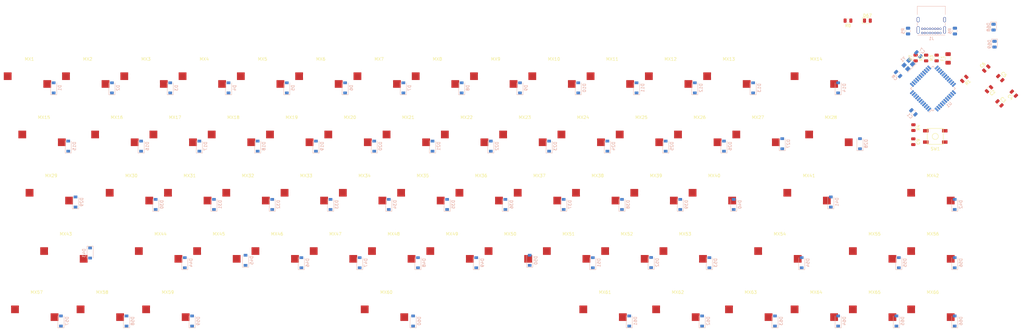
<source format=kicad_pcb>
(kicad_pcb (version 20171130) (host pcbnew "(5.1.6)-1")
  (layers (0 F.Cu signal) (31 B.Cu signal) (34 B.Paste user) (35 F.Paste user) (36 B.SilkS user) (37 F.SilkS user) (38 B.Mask user) (39 F.Mask user) (44 Edge.Cuts user))
  (net 0 "")
  (net 1 GND)
  (net 2 "Net-(C1-Pad1)")
  (net 3 +5V)
  (net 4 "Net-(C7-Pad1)")
  (net 5 "Net-(C8-Pad1)")
  (net 6 "Net-(C9-Pad1)")
  (net 7 "Net-(D1-Pad2)")
  (net 8 ROW0)
  (net 9 "Net-(D2-Pad2)")
  (net 10 "Net-(D3-Pad2)")
  (net 11 "Net-(D4-Pad2)")
  (net 12 "Net-(D5-Pad2)")
  (net 13 "Net-(D6-Pad2)")
  (net 14 "Net-(D7-Pad2)")
  (net 15 "Net-(D8-Pad2)")
  (net 16 "Net-(D9-Pad2)")
  (net 17 "Net-(D10-Pad2)")
  (net 18 "Net-(D11-Pad2)")
  (net 19 "Net-(D12-Pad2)")
  (net 20 "Net-(D13-Pad2)")
  (net 21 "Net-(D14-Pad2)")
  (net 22 "Net-(D15-Pad2)")
  (net 23 ROW1)
  (net 24 "Net-(D16-Pad2)")
  (net 25 "Net-(D17-Pad2)")
  (net 26 "Net-(D18-Pad2)")
  (net 27 "Net-(D19-Pad2)")
  (net 28 "Net-(D20-Pad2)")
  (net 29 "Net-(D21-Pad2)")
  (net 30 "Net-(D22-Pad2)")
  (net 31 "Net-(D23-Pad2)")
  (net 32 "Net-(D24-Pad2)")
  (net 33 "Net-(D25-Pad2)")
  (net 34 "Net-(D26-Pad2)")
  (net 35 "Net-(D27-Pad2)")
  (net 36 "Net-(D28-Pad2)")
  (net 37 "Net-(D29-Pad2)")
  (net 38 ROW2)
  (net 39 "Net-(D30-Pad2)")
  (net 40 "Net-(D31-Pad2)")
  (net 41 "Net-(D32-Pad2)")
  (net 42 "Net-(D33-Pad2)")
  (net 43 "Net-(D34-Pad2)")
  (net 44 "Net-(D35-Pad2)")
  (net 45 "Net-(D36-Pad2)")
  (net 46 "Net-(D37-Pad2)")
  (net 47 "Net-(D38-Pad2)")
  (net 48 "Net-(D39-Pad2)")
  (net 49 "Net-(D40-Pad2)")
  (net 50 "Net-(D41-Pad2)")
  (net 51 "Net-(D42-Pad2)")
  (net 52 "Net-(D43-Pad2)")
  (net 53 ROW3)
  (net 54 "Net-(D44-Pad2)")
  (net 55 "Net-(D45-Pad2)")
  (net 56 "Net-(D46-Pad2)")
  (net 57 "Net-(D47-Pad2)")
  (net 58 "Net-(D48-Pad2)")
  (net 59 "Net-(D49-Pad2)")
  (net 60 "Net-(D50-Pad2)")
  (net 61 "Net-(D51-Pad2)")
  (net 62 "Net-(D52-Pad2)")
  (net 63 "Net-(D53-Pad2)")
  (net 64 "Net-(D54-Pad2)")
  (net 65 "Net-(D55-Pad2)")
  (net 66 "Net-(D56-Pad2)")
  (net 67 "Net-(D57-Pad2)")
  (net 68 ROW4)
  (net 69 "Net-(D58-Pad2)")
  (net 70 "Net-(D59-Pad2)")
  (net 71 "Net-(D60-Pad2)")
  (net 72 "Net-(D61-Pad2)")
  (net 73 "Net-(D62-Pad2)")
  (net 74 "Net-(D63-Pad2)")
  (net 75 "Net-(D64-Pad2)")
  (net 76 "Net-(D65-Pad2)")
  (net 77 "Net-(D66-Pad2)")
  (net 78 "Net-(D67-Pad1)")
  (net 79 D-)
  (net 80 D+)
  (net 81 VCC)
  (net 82 "Net-(J1-PadB5)")
  (net 83 "Net-(J1-PadB8)")
  (net 84 "Net-(J1-PadA8)")
  (net 85 "Net-(J1-PadA5)")
  (net 86 COL0)
  (net 87 COL1)
  (net 88 COL2)
  (net 89 COL3)
  (net 90 COL4)
  (net 91 COL5)
  (net 92 COL6)
  (net 93 COL7)
  (net 94 COL8)
  (net 95 COL9)
  (net 96 COL10)
  (net 97 COL11)
  (net 98 COL12)
  (net 99 COL13)
  (net 100 COL14)
  (net 101 "Net-(R1-Pad2)")
  (net 102 "Net-(R2-Pad1)")
  (net 103 "Net-(R3-Pad1)")
  (net 104 "Net-(U1-Pad42)")
  (net 105 "Net-(U1-Pad36)")
  (net 106 "Net-(U1-Pad27)")
  (net 107 "Net-(U1-Pad26)")
  (net 108 "Net-(U1-Pad25)")
  (net 109 "Net-(U1-Pad1)")
  (module Crystal:Crystal_SMD_3225-4Pin_3.2x2.5mm (layer B.Cu) (at 342.029142 107.491777 225)
    (fp_text reference Y1 (at 0 2.45 45) (layer B.SilkS) (effects (justify mirror)))
    (fp_text value 16MHz)
    (pad 4 smd rect (at -1.1 0.85 225) (size 1.4 1.2) (layers B.Cu B.Paste B.Mask) (net 1 GND))
    (pad 3 smd rect (at 1.1 0.85 225) (size 1.4 1.2) (layers B.Cu B.Paste B.Mask) (net 5 "Net-(C8-Pad1)"))
    (pad 2 smd rect (at 1.1 -0.85 225) (size 1.4 1.2) (layers B.Cu B.Paste B.Mask) (net 1 GND))
    (pad 1 smd rect (at -1.1 -0.85 225) (size 1.4 1.2) (layers B.Cu B.Paste B.Mask) (net 4 "Net-(C7-Pad1)"))
  )
  (module Package_QFP:TQFP-44_10x10mm_P0.8mm (layer B.Cu) (at 350.0755 115.316 45)
    (fp_text reference U1 (at 0 7.45 45) (layer B.SilkS) (effects (justify mirror)))
    (fp_text value ATmega32U4-AU)
    (pad 44 smd rect (at -4 5.7 315) (size 1.5 0.55) (layers B.Cu B.Paste B.Mask) (net 3 +5V))
    (pad 43 smd rect (at -3.2 5.7 315) (size 1.5 0.55) (layers B.Cu B.Paste B.Mask) (net 1 GND))
    (pad 42 smd rect (at -2.4 5.7 315) (size 1.5 0.55) (layers B.Cu B.Paste B.Mask) (net 104 "Net-(U1-Pad42)"))
    (pad 41 smd rect (at -1.6 5.7 315) (size 1.5 0.55) (layers B.Cu B.Paste B.Mask) (net 96 COL10))
    (pad 40 smd rect (at -0.8 5.7 315) (size 1.5 0.55) (layers B.Cu B.Paste B.Mask) (net 97 COL11))
    (pad 39 smd rect (at 0 5.7 315) (size 1.5 0.55) (layers B.Cu B.Paste B.Mask) (net 98 COL12))
    (pad 38 smd rect (at 0.8 5.7 315) (size 1.5 0.55) (layers B.Cu B.Paste B.Mask) (net 99 COL13))
    (pad 37 smd rect (at 1.6 5.7 315) (size 1.5 0.55) (layers B.Cu B.Paste B.Mask) (net 100 COL14))
    (pad 36 smd rect (at 2.4 5.7 315) (size 1.5 0.55) (layers B.Cu B.Paste B.Mask) (net 105 "Net-(U1-Pad36)"))
    (pad 35 smd rect (at 3.2 5.7 315) (size 1.5 0.55) (layers B.Cu B.Paste B.Mask) (net 1 GND))
    (pad 34 smd rect (at 4 5.7 315) (size 1.5 0.55) (layers B.Cu B.Paste B.Mask) (net 3 +5V))
    (pad 33 smd rect (at 5.7 4 45) (size 1.5 0.55) (layers B.Cu B.Paste B.Mask) (net 101 "Net-(R1-Pad2)"))
    (pad 32 smd rect (at 5.7 3.2 45) (size 1.5 0.55) (layers B.Cu B.Paste B.Mask) (net 95 COL9))
    (pad 31 smd rect (at 5.7 2.4 45) (size 1.5 0.55) (layers B.Cu B.Paste B.Mask) (net 94 COL8))
    (pad 30 smd rect (at 5.7 1.6 45) (size 1.5 0.55) (layers B.Cu B.Paste B.Mask) (net 92 COL6))
    (pad 29 smd rect (at 5.7 0.8 45) (size 1.5 0.55) (layers B.Cu B.Paste B.Mask) (net 91 COL5))
    (pad 28 smd rect (at 5.7 0 45) (size 1.5 0.55) (layers B.Cu B.Paste B.Mask) (net 90 COL4))
    (pad 27 smd rect (at 5.7 -0.8 45) (size 1.5 0.55) (layers B.Cu B.Paste B.Mask) (net 106 "Net-(U1-Pad27)"))
    (pad 26 smd rect (at 5.7 -1.6 45) (size 1.5 0.55) (layers B.Cu B.Paste B.Mask) (net 107 "Net-(U1-Pad26)"))
    (pad 25 smd rect (at 5.7 -2.4 45) (size 1.5 0.55) (layers B.Cu B.Paste B.Mask) (net 108 "Net-(U1-Pad25)"))
    (pad 24 smd rect (at 5.7 -3.2 45) (size 1.5 0.55) (layers B.Cu B.Paste B.Mask) (net 3 +5V))
    (pad 23 smd rect (at 5.7 -4 45) (size 1.5 0.55) (layers B.Cu B.Paste B.Mask) (net 1 GND))
    (pad 22 smd rect (at 4 -5.7 315) (size 1.5 0.55) (layers B.Cu B.Paste B.Mask) (net 68 ROW4))
    (pad 21 smd rect (at 3.2 -5.7 315) (size 1.5 0.55) (layers B.Cu B.Paste B.Mask) (net 53 ROW3))
    (pad 20 smd rect (at 2.4 -5.7 315) (size 1.5 0.55) (layers B.Cu B.Paste B.Mask) (net 38 ROW2))
    (pad 19 smd rect (at 1.6 -5.7 315) (size 1.5 0.55) (layers B.Cu B.Paste B.Mask) (net 23 ROW1))
    (pad 18 smd rect (at 0.8 -5.7 315) (size 1.5 0.55) (layers B.Cu B.Paste B.Mask) (net 8 ROW0))
    (pad 17 smd rect (at 0 -5.7 315) (size 1.5 0.55) (layers B.Cu B.Paste B.Mask) (net 4 "Net-(C7-Pad1)"))
    (pad 16 smd rect (at -0.8 -5.7 315) (size 1.5 0.55) (layers B.Cu B.Paste B.Mask) (net 5 "Net-(C8-Pad1)"))
    (pad 15 smd rect (at -1.6 -5.7 315) (size 1.5 0.55) (layers B.Cu B.Paste B.Mask) (net 1 GND))
    (pad 14 smd rect (at -2.4 -5.7 315) (size 1.5 0.55) (layers B.Cu B.Paste B.Mask) (net 3 +5V))
    (pad 13 smd rect (at -3.2 -5.7 315) (size 1.5 0.55) (layers B.Cu B.Paste B.Mask) (net 6 "Net-(C9-Pad1)"))
    (pad 12 smd rect (at -4 -5.7 315) (size 1.5 0.55) (layers B.Cu B.Paste B.Mask) (net 93 COL7))
    (pad 11 smd rect (at -5.7 -4 45) (size 1.5 0.55) (layers B.Cu B.Paste B.Mask) (net 89 COL3))
    (pad 10 smd rect (at -5.7 -3.2 45) (size 1.5 0.55) (layers B.Cu B.Paste B.Mask) (net 88 COL2))
    (pad 9 smd rect (at -5.7 -2.4 45) (size 1.5 0.55) (layers B.Cu B.Paste B.Mask) (net 87 COL1))
    (pad 8 smd rect (at -5.7 -1.6 45) (size 1.5 0.55) (layers B.Cu B.Paste B.Mask) (net 86 COL0))
    (pad 7 smd rect (at -5.7 -0.8 45) (size 1.5 0.55) (layers B.Cu B.Paste B.Mask) (net 3 +5V))
    (pad 6 smd rect (at -5.7 0 45) (size 1.5 0.55) (layers B.Cu B.Paste B.Mask) (net 2 "Net-(C1-Pad1)"))
    (pad 5 smd rect (at -5.7 0.8 45) (size 1.5 0.55) (layers B.Cu B.Paste B.Mask) (net 1 GND))
    (pad 4 smd rect (at -5.7 1.6 45) (size 1.5 0.55) (layers B.Cu B.Paste B.Mask) (net 102 "Net-(R2-Pad1)"))
    (pad 3 smd rect (at -5.7 2.4 45) (size 1.5 0.55) (layers B.Cu B.Paste B.Mask) (net 103 "Net-(R3-Pad1)"))
    (pad 2 smd rect (at -5.7 3.2 45) (size 1.5 0.55) (layers B.Cu B.Paste B.Mask) (net 3 +5V))
    (pad 1 smd rect (at -5.7 4 45) (size 1.5 0.55) (layers B.Cu B.Paste B.Mask) (net 109 "Net-(U1-Pad1)"))
  )
  (module random-keyboard-parts:SKQG-1155865 (layer F.Cu) (at 350.8375 130.96875)
    (fp_text reference SW1 (at 0 4.064) (layer F.SilkS))
    (fp_text value SW_Push)
    (pad 4 smd rect (at -3.1 1.85) (size 1.8 1.1) (layers F.Cu F.Paste F.Mask))
    (pad 3 smd rect (at 3.1 -1.85) (size 1.8 1.1) (layers F.Cu F.Paste F.Mask))
    (pad 2 smd rect (at -3.1 -1.85) (size 1.8 1.1) (layers F.Cu F.Paste F.Mask) (net 6 "Net-(C9-Pad1)"))
    (pad 1 smd rect (at 3.1 1.85) (size 1.8 1.1) (layers F.Cu F.Paste F.Mask) (net 1 GND))
  )
  (module Resistor_SMD:R_0805_2012Metric (layer F.Cu) (at 322.311 93.12275 180)
    (fp_text reference R8 (at 0 -1.65) (layer F.SilkS))
    (fp_text value 1.5k)
    (pad 2 smd roundrect (at 0.9375 0 180) (size 0.975 1.4) (layers F.Cu F.Paste F.Mask) (net 1 GND))
    (pad 1 smd roundrect (at -0.9375 0 180) (size 0.975 1.4) (layers F.Cu F.Paste F.Mask) (net 78 "Net-(D67-Pad1)"))
  )
  (module Resistor_SMD:R_0805_2012Metric (layer F.Cu) (at 344.424 105.3315 90)
    (fp_text reference R7 (at 0 -1.65 90) (layer F.SilkS))
    (fp_text value 1.5k)
    (pad 2 smd roundrect (at 0.9375 0 90) (size 0.975 1.4) (layers F.Cu F.Paste F.Mask) (net 80 D+))
    (pad 1 smd roundrect (at -0.9375 0 90) (size 0.975 1.4) (layers F.Cu F.Paste F.Mask) (net 3 +5V))
  )
  (module Resistor_SMD:R_0805_2012Metric (layer B.Cu) (at 357.251 96.535 270)
    (fp_text reference R6 (at 0 1.65 90) (layer B.SilkS) (effects (justify mirror)))
    (fp_text value 5.1k)
    (pad 2 smd roundrect (at 0.9375 0 270) (size 0.975 1.4) (layers B.Cu B.Paste B.Mask) (net 82 "Net-(J1-PadB5)"))
    (pad 1 smd roundrect (at -0.9375 0 270) (size 0.975 1.4) (layers B.Cu B.Paste B.Mask) (net 1 GND))
  )
  (module Resistor_SMD:R_0805_2012Metric (layer B.Cu) (at 341.9475 96.535 270)
    (fp_text reference R5 (at 0 1.65 90) (layer B.SilkS) (effects (justify mirror)))
    (fp_text value 5.1k)
    (pad 2 smd roundrect (at 0.9375 0 270) (size 0.975 1.4) (layers B.Cu B.Paste B.Mask) (net 85 "Net-(J1-PadA5)"))
    (pad 1 smd roundrect (at -0.9375 0 270) (size 0.975 1.4) (layers B.Cu B.Paste B.Mask) (net 1 GND))
  )
  (module Resistor_SMD:R_0805_2012Metric (layer F.Cu) (at 343.69375 128.0945 270)
    (fp_text reference R4 (at 0 -1.65 90) (layer F.SilkS))
    (fp_text value 10k)
    (pad 2 smd roundrect (at 0.9375 0 270) (size 0.975 1.4) (layers F.Cu F.Paste F.Mask) (net 6 "Net-(C9-Pad1)"))
    (pad 1 smd roundrect (at -0.9375 0 270) (size 0.975 1.4) (layers F.Cu F.Paste F.Mask) (net 3 +5V))
  )
  (module Resistor_SMD:R_0805_2012Metric (layer F.Cu) (at 351.282 105.3315 90)
    (fp_text reference R3 (at 0 -1.65 90) (layer F.SilkS))
    (fp_text value 22)
    (pad 2 smd roundrect (at 0.9375 0 90) (size 0.975 1.4) (layers F.Cu F.Paste F.Mask) (net 79 D-))
    (pad 1 smd roundrect (at -0.9375 0 90) (size 0.975 1.4) (layers F.Cu F.Paste F.Mask) (net 103 "Net-(R3-Pad1)"))
  )
  (module Resistor_SMD:R_0805_2012Metric (layer F.Cu) (at 347.853 105.3315 90)
    (fp_text reference R2 (at 0 -1.65 90) (layer F.SilkS))
    (fp_text value 22)
    (pad 2 smd roundrect (at 0.9375 0 90) (size 0.975 1.4) (layers F.Cu F.Paste F.Mask) (net 80 D+))
    (pad 1 smd roundrect (at -0.9375 0 90) (size 0.975 1.4) (layers F.Cu F.Paste F.Mask) (net 102 "Net-(R2-Pad1)"))
  )
  (module Resistor_SMD:R_0805_2012Metric (layer F.Cu) (at 360.326913 112.168913 225)
    (fp_text reference R1 (at 0 -1.65 225) (layer F.SilkS))
    (fp_text value 10k)
    (pad 2 smd roundrect (at 0.9375 0 225) (size 0.975 1.4) (layers F.Cu F.Paste F.Mask) (net 101 "Net-(R1-Pad2)"))
    (pad 1 smd roundrect (at -0.9375 0 225) (size 0.975 1.4) (layers F.Cu F.Paste F.Mask) (net 1 GND))
  )
  (module MX_Only:MXOnly-1U-Hotswap (layer B.Cu) (at 350.04375 184.94375)
    (fp_text reference MX66)
    (fp_text value MX-NoLED)
    (fp_text user %R (at 0 -3.048) (layer F.SilkS))
    (pad 2 smd rect (at 5.842 5.08) (size 2.55 2.5) (layers F.Cu F.Paste F.Mask) (net 77 "Net-(D66-Pad2)"))
    (pad 1 smd rect (at -7.085 2.54) (size 2.55 2.5) (layers F.Cu F.Paste F.Mask) (net 100 COL14))
    (pad "" np_thru_hole circle (at 5.08 0 311.9004) (size 1.75 1.75) (drill 1.75) (layers *.Cu *.Mask))
    (pad "" np_thru_hole circle (at -5.08 0 311.9004) (size 1.75 1.75) (drill 1.75) (layers *.Cu *.Mask))
    (pad "" np_thru_hole circle (at -3.81 2.54) (size 3 3) (drill 3) (layers *.Cu *.Mask))
    (pad "" np_thru_hole circle (at 0 0) (size 3.9878 3.9878) (drill 3.9878) (layers *.Cu *.Mask))
    (pad "" np_thru_hole circle (at 2.54 5.08) (size 3 3) (drill 3) (layers *.Cu *.Mask))
  )
  (module MX_Only:MXOnly-1U-Hotswap (layer B.Cu) (at 330.99375 184.94375)
    (fp_text reference MX65)
    (fp_text value MX-NoLED)
    (fp_text user %R (at 0 -3.048) (layer F.SilkS))
    (pad 2 smd rect (at 5.842 5.08) (size 2.55 2.5) (layers F.Cu F.Paste F.Mask) (net 76 "Net-(D65-Pad2)"))
    (pad 1 smd rect (at -7.085 2.54) (size 2.55 2.5) (layers F.Cu F.Paste F.Mask) (net 99 COL13))
    (pad "" np_thru_hole circle (at 5.08 0 311.9004) (size 1.75 1.75) (drill 1.75) (layers *.Cu *.Mask))
    (pad "" np_thru_hole circle (at -5.08 0 311.9004) (size 1.75 1.75) (drill 1.75) (layers *.Cu *.Mask))
    (pad "" np_thru_hole circle (at -3.81 2.54) (size 3 3) (drill 3) (layers *.Cu *.Mask))
    (pad "" np_thru_hole circle (at 0 0) (size 3.9878 3.9878) (drill 3.9878) (layers *.Cu *.Mask))
    (pad "" np_thru_hole circle (at 2.54 5.08) (size 3 3) (drill 3) (layers *.Cu *.Mask))
  )
  (module MX_Only:MXOnly-1U-Hotswap (layer B.Cu) (at 311.94375 184.94375)
    (fp_text reference MX64)
    (fp_text value MX-NoLED)
    (fp_text user %R (at 0 -3.048) (layer F.SilkS))
    (pad 2 smd rect (at 5.842 5.08) (size 2.55 2.5) (layers F.Cu F.Paste F.Mask) (net 75 "Net-(D64-Pad2)"))
    (pad 1 smd rect (at -7.085 2.54) (size 2.55 2.5) (layers F.Cu F.Paste F.Mask) (net 98 COL12))
    (pad "" np_thru_hole circle (at 5.08 0 311.9004) (size 1.75 1.75) (drill 1.75) (layers *.Cu *.Mask))
    (pad "" np_thru_hole circle (at -5.08 0 311.9004) (size 1.75 1.75) (drill 1.75) (layers *.Cu *.Mask))
    (pad "" np_thru_hole circle (at -3.81 2.54) (size 3 3) (drill 3) (layers *.Cu *.Mask))
    (pad "" np_thru_hole circle (at 0 0) (size 3.9878 3.9878) (drill 3.9878) (layers *.Cu *.Mask))
    (pad "" np_thru_hole circle (at 2.54 5.08) (size 3 3) (drill 3) (layers *.Cu *.Mask))
  )
  (module MX_Only:MXOnly-1.25U-Hotswap (layer B.Cu) (at 290.5125 184.94375)
    (fp_text reference MX63)
    (fp_text value MX-NoLED)
    (fp_text user %R (at 0 -3.048) (layer F.SilkS))
    (pad 2 smd rect (at 5.842 5.08) (size 2.55 2.5) (layers F.Cu F.Paste F.Mask) (net 74 "Net-(D63-Pad2)"))
    (pad 1 smd rect (at -7.085 2.54) (size 2.55 2.5) (layers F.Cu F.Paste F.Mask) (net 97 COL11))
    (pad "" np_thru_hole circle (at 5.08 0 311.9004) (size 1.75 1.75) (drill 1.75) (layers *.Cu *.Mask))
    (pad "" np_thru_hole circle (at -5.08 0 311.9004) (size 1.75 1.75) (drill 1.75) (layers *.Cu *.Mask))
    (pad "" np_thru_hole circle (at -3.81 2.54) (size 3 3) (drill 3) (layers *.Cu *.Mask))
    (pad "" np_thru_hole circle (at 0 0) (size 3.9878 3.9878) (drill 3.9878) (layers *.Cu *.Mask))
    (pad "" np_thru_hole circle (at 2.54 5.08) (size 3 3) (drill 3) (layers *.Cu *.Mask))
  )
  (module MX_Only:MXOnly-1.25U-Hotswap (layer B.Cu) (at 266.7 184.94375)
    (fp_text reference MX62)
    (fp_text value MX-NoLED)
    (fp_text user %R (at 0 -3.048) (layer F.SilkS))
    (pad 2 smd rect (at 5.842 5.08) (size 2.55 2.5) (layers F.Cu F.Paste F.Mask) (net 73 "Net-(D62-Pad2)"))
    (pad 1 smd rect (at -7.085 2.54) (size 2.55 2.5) (layers F.Cu F.Paste F.Mask) (net 96 COL10))
    (pad "" np_thru_hole circle (at 5.08 0 311.9004) (size 1.75 1.75) (drill 1.75) (layers *.Cu *.Mask))
    (pad "" np_thru_hole circle (at -5.08 0 311.9004) (size 1.75 1.75) (drill 1.75) (layers *.Cu *.Mask))
    (pad "" np_thru_hole circle (at -3.81 2.54) (size 3 3) (drill 3) (layers *.Cu *.Mask))
    (pad "" np_thru_hole circle (at 0 0) (size 3.9878 3.9878) (drill 3.9878) (layers *.Cu *.Mask))
    (pad "" np_thru_hole circle (at 2.54 5.08) (size 3 3) (drill 3) (layers *.Cu *.Mask))
  )
  (module MX_Only:MXOnly-1.25U-Hotswap (layer B.Cu) (at 242.8875 184.94375)
    (fp_text reference MX61)
    (fp_text value MX-NoLED)
    (fp_text user %R (at 0 -3.048) (layer F.SilkS))
    (pad 2 smd rect (at 5.842 5.08) (size 2.55 2.5) (layers F.Cu F.Paste F.Mask) (net 72 "Net-(D61-Pad2)"))
    (pad 1 smd rect (at -7.085 2.54) (size 2.55 2.5) (layers F.Cu F.Paste F.Mask) (net 95 COL9))
    (pad "" np_thru_hole circle (at 5.08 0 311.9004) (size 1.75 1.75) (drill 1.75) (layers *.Cu *.Mask))
    (pad "" np_thru_hole circle (at -5.08 0 311.9004) (size 1.75 1.75) (drill 1.75) (layers *.Cu *.Mask))
    (pad "" np_thru_hole circle (at -3.81 2.54) (size 3 3) (drill 3) (layers *.Cu *.Mask))
    (pad "" np_thru_hole circle (at 0 0) (size 3.9878 3.9878) (drill 3.9878) (layers *.Cu *.Mask))
    (pad "" np_thru_hole circle (at 2.54 5.08) (size 3 3) (drill 3) (layers *.Cu *.Mask))
  )
  (module MX_Only:MXOnly-6.25U-Hotswap (layer B.Cu) (at 171.45 184.94375)
    (fp_text reference MX60)
    (fp_text value MX-NoLED)
    (fp_text user %R (at 0 -3.048) (layer F.SilkS))
    (pad "" np_thru_hole circle (at -49.9999 -8.255) (size 3.9878 3.9878) (drill 3.9878) (layers *.Cu *.Mask))
    (pad "" np_thru_hole circle (at 49.9999 -8.255) (size 3.9878 3.9878) (drill 3.9878) (layers *.Cu *.Mask))
    (pad "" np_thru_hole circle (at -49.9999 6.985) (size 3.048 3.048) (drill 3.048) (layers *.Cu *.Mask))
    (pad "" np_thru_hole circle (at 49.9999 6.985) (size 3.048 3.048) (drill 3.048) (layers *.Cu *.Mask))
    (pad 2 smd rect (at 5.842 5.08) (size 2.55 2.5) (layers F.Cu F.Paste F.Mask) (net 71 "Net-(D60-Pad2)"))
    (pad 1 smd rect (at -7.085 2.54) (size 2.55 2.5) (layers F.Cu F.Paste F.Mask) (net 91 COL5))
    (pad "" np_thru_hole circle (at 5.08 0 311.9004) (size 1.75 1.75) (drill 1.75) (layers *.Cu *.Mask))
    (pad "" np_thru_hole circle (at -5.08 0 311.9004) (size 1.75 1.75) (drill 1.75) (layers *.Cu *.Mask))
    (pad "" np_thru_hole circle (at -3.81 2.54) (size 3 3) (drill 3) (layers *.Cu *.Mask))
    (pad "" np_thru_hole circle (at 0 0) (size 3.9878 3.9878) (drill 3.9878) (layers *.Cu *.Mask))
    (pad "" np_thru_hole circle (at 2.54 5.08) (size 3 3) (drill 3) (layers *.Cu *.Mask))
  )
  (module MX_Only:MXOnly-1.25U-Hotswap (layer B.Cu) (at 100.0125 184.94375)
    (fp_text reference MX59)
    (fp_text value MX-NoLED)
    (fp_text user %R (at 0 -3.048) (layer F.SilkS))
    (pad 2 smd rect (at 5.842 5.08) (size 2.55 2.5) (layers F.Cu F.Paste F.Mask) (net 70 "Net-(D59-Pad2)"))
    (pad 1 smd rect (at -7.085 2.54) (size 2.55 2.5) (layers F.Cu F.Paste F.Mask) (net 88 COL2))
    (pad "" np_thru_hole circle (at 5.08 0 311.9004) (size 1.75 1.75) (drill 1.75) (layers *.Cu *.Mask))
    (pad "" np_thru_hole circle (at -5.08 0 311.9004) (size 1.75 1.75) (drill 1.75) (layers *.Cu *.Mask))
    (pad "" np_thru_hole circle (at -3.81 2.54) (size 3 3) (drill 3) (layers *.Cu *.Mask))
    (pad "" np_thru_hole circle (at 0 0) (size 3.9878 3.9878) (drill 3.9878) (layers *.Cu *.Mask))
    (pad "" np_thru_hole circle (at 2.54 5.08) (size 3 3) (drill 3) (layers *.Cu *.Mask))
  )
  (module MX_Only:MXOnly-1U-Hotswap (layer B.Cu) (at 78.58125 184.94375)
    (fp_text reference MX58)
    (fp_text value MX-NoLED)
    (fp_text user %R (at 0 -3.048) (layer F.SilkS))
    (pad 2 smd rect (at 5.842 5.08) (size 2.55 2.5) (layers F.Cu F.Paste F.Mask) (net 69 "Net-(D58-Pad2)"))
    (pad 1 smd rect (at -7.085 2.54) (size 2.55 2.5) (layers F.Cu F.Paste F.Mask) (net 87 COL1))
    (pad "" np_thru_hole circle (at 5.08 0 311.9004) (size 1.75 1.75) (drill 1.75) (layers *.Cu *.Mask))
    (pad "" np_thru_hole circle (at -5.08 0 311.9004) (size 1.75 1.75) (drill 1.75) (layers *.Cu *.Mask))
    (pad "" np_thru_hole circle (at -3.81 2.54) (size 3 3) (drill 3) (layers *.Cu *.Mask))
    (pad "" np_thru_hole circle (at 0 0) (size 3.9878 3.9878) (drill 3.9878) (layers *.Cu *.Mask))
    (pad "" np_thru_hole circle (at 2.54 5.08) (size 3 3) (drill 3) (layers *.Cu *.Mask))
  )
  (module MX_Only:MXOnly-1.25U-Hotswap (layer B.Cu) (at 57.15 184.94375)
    (fp_text reference MX57)
    (fp_text value MX-NoLED)
    (fp_text user %R (at 0 -3.048) (layer F.SilkS))
    (pad 2 smd rect (at 5.842 5.08) (size 2.55 2.5) (layers F.Cu F.Paste F.Mask) (net 67 "Net-(D57-Pad2)"))
    (pad 1 smd rect (at -7.085 2.54) (size 2.55 2.5) (layers F.Cu F.Paste F.Mask) (net 86 COL0))
    (pad "" np_thru_hole circle (at 5.08 0 311.9004) (size 1.75 1.75) (drill 1.75) (layers *.Cu *.Mask))
    (pad "" np_thru_hole circle (at -5.08 0 311.9004) (size 1.75 1.75) (drill 1.75) (layers *.Cu *.Mask))
    (pad "" np_thru_hole circle (at -3.81 2.54) (size 3 3) (drill 3) (layers *.Cu *.Mask))
    (pad "" np_thru_hole circle (at 0 0) (size 3.9878 3.9878) (drill 3.9878) (layers *.Cu *.Mask))
    (pad "" np_thru_hole circle (at 2.54 5.08) (size 3 3) (drill 3) (layers *.Cu *.Mask))
  )
  (module MX_Only:MXOnly-1U-Hotswap (layer B.Cu) (at 350.04375 165.89375)
    (fp_text reference MX56)
    (fp_text value MX-NoLED)
    (fp_text user %R (at 0 -3.048) (layer F.SilkS))
    (pad 2 smd rect (at 5.842 5.08) (size 2.55 2.5) (layers F.Cu F.Paste F.Mask) (net 66 "Net-(D56-Pad2)"))
    (pad 1 smd rect (at -7.085 2.54) (size 2.55 2.5) (layers F.Cu F.Paste F.Mask) (net 100 COL14))
    (pad "" np_thru_hole circle (at 5.08 0 311.9004) (size 1.75 1.75) (drill 1.75) (layers *.Cu *.Mask))
    (pad "" np_thru_hole circle (at -5.08 0 311.9004) (size 1.75 1.75) (drill 1.75) (layers *.Cu *.Mask))
    (pad "" np_thru_hole circle (at -3.81 2.54) (size 3 3) (drill 3) (layers *.Cu *.Mask))
    (pad "" np_thru_hole circle (at 0 0) (size 3.9878 3.9878) (drill 3.9878) (layers *.Cu *.Mask))
    (pad "" np_thru_hole circle (at 2.54 5.08) (size 3 3) (drill 3) (layers *.Cu *.Mask))
  )
  (module MX_Only:MXOnly-1U-Hotswap (layer B.Cu) (at 330.99375 165.89375)
    (fp_text reference MX55)
    (fp_text value MX-NoLED)
    (fp_text user %R (at 0 -3.048) (layer F.SilkS))
    (pad 2 smd rect (at 5.842 5.08) (size 2.55 2.5) (layers F.Cu F.Paste F.Mask) (net 65 "Net-(D55-Pad2)"))
    (pad 1 smd rect (at -7.085 2.54) (size 2.55 2.5) (layers F.Cu F.Paste F.Mask) (net 99 COL13))
    (pad "" np_thru_hole circle (at 5.08 0 311.9004) (size 1.75 1.75) (drill 1.75) (layers *.Cu *.Mask))
    (pad "" np_thru_hole circle (at -5.08 0 311.9004) (size 1.75 1.75) (drill 1.75) (layers *.Cu *.Mask))
    (pad "" np_thru_hole circle (at -3.81 2.54) (size 3 3) (drill 3) (layers *.Cu *.Mask))
    (pad "" np_thru_hole circle (at 0 0) (size 3.9878 3.9878) (drill 3.9878) (layers *.Cu *.Mask))
    (pad "" np_thru_hole circle (at 2.54 5.08) (size 3 3) (drill 3) (layers *.Cu *.Mask))
  )
  (module MX_Only:MXOnly-2.25U-Hotswap (layer B.Cu) (at 300.0375 165.89375)
    (fp_text reference MX54)
    (fp_text value MX-NoLED)
    (fp_text user %R (at 0 -3.048) (layer F.SilkS))
    (pad "" np_thru_hole circle (at -11.938 -8.255) (size 3.9878 3.9878) (drill 3.9878) (layers *.Cu *.Mask))
    (pad "" np_thru_hole circle (at 11.938 -8.255) (size 3.9878 3.9878) (drill 3.9878) (layers *.Cu *.Mask))
    (pad "" np_thru_hole circle (at -11.938 6.985) (size 3.048 3.048) (drill 3.048) (layers *.Cu *.Mask))
    (pad "" np_thru_hole circle (at 11.938 6.985) (size 3.048 3.048) (drill 3.048) (layers *.Cu *.Mask))
    (pad 2 smd rect (at 5.842 5.08) (size 2.55 2.5) (layers F.Cu F.Paste F.Mask) (net 64 "Net-(D54-Pad2)"))
    (pad 1 smd rect (at -7.085 2.54) (size 2.55 2.5) (layers F.Cu F.Paste F.Mask) (net 98 COL12))
    (pad "" np_thru_hole circle (at 5.08 0 311.9004) (size 1.75 1.75) (drill 1.75) (layers *.Cu *.Mask))
    (pad "" np_thru_hole circle (at -5.08 0 311.9004) (size 1.75 1.75) (drill 1.75) (layers *.Cu *.Mask))
    (pad "" np_thru_hole circle (at -3.81 2.54) (size 3 3) (drill 3) (layers *.Cu *.Mask))
    (pad "" np_thru_hole circle (at 0 0) (size 3.9878 3.9878) (drill 3.9878) (layers *.Cu *.Mask))
    (pad "" np_thru_hole circle (at 2.54 5.08) (size 3 3) (drill 3) (layers *.Cu *.Mask))
  )
  (module MX_Only:MXOnly-1U-Hotswap (layer B.Cu) (at 269.08125 165.89375)
    (fp_text reference MX53)
    (fp_text value MX-NoLED)
    (fp_text user %R (at 0 -3.048) (layer F.SilkS))
    (pad 2 smd rect (at 5.842 5.08) (size 2.55 2.5) (layers F.Cu F.Paste F.Mask) (net 63 "Net-(D53-Pad2)"))
    (pad 1 smd rect (at -7.085 2.54) (size 2.55 2.5) (layers F.Cu F.Paste F.Mask) (net 96 COL10))
    (pad "" np_thru_hole circle (at 5.08 0 311.9004) (size 1.75 1.75) (drill 1.75) (layers *.Cu *.Mask))
    (pad "" np_thru_hole circle (at -5.08 0 311.9004) (size 1.75 1.75) (drill 1.75) (layers *.Cu *.Mask))
    (pad "" np_thru_hole circle (at -3.81 2.54) (size 3 3) (drill 3) (layers *.Cu *.Mask))
    (pad "" np_thru_hole circle (at 0 0) (size 3.9878 3.9878) (drill 3.9878) (layers *.Cu *.Mask))
    (pad "" np_thru_hole circle (at 2.54 5.08) (size 3 3) (drill 3) (layers *.Cu *.Mask))
  )
  (module MX_Only:MXOnly-1U-Hotswap (layer B.Cu) (at 250.03125 165.89375)
    (fp_text reference MX52)
    (fp_text value MX-NoLED)
    (fp_text user %R (at 0 -3.048) (layer F.SilkS))
    (pad 2 smd rect (at 5.842 5.08) (size 2.55 2.5) (layers F.Cu F.Paste F.Mask) (net 62 "Net-(D52-Pad2)"))
    (pad 1 smd rect (at -7.085 2.54) (size 2.55 2.5) (layers F.Cu F.Paste F.Mask) (net 95 COL9))
    (pad "" np_thru_hole circle (at 5.08 0 311.9004) (size 1.75 1.75) (drill 1.75) (layers *.Cu *.Mask))
    (pad "" np_thru_hole circle (at -5.08 0 311.9004) (size 1.75 1.75) (drill 1.75) (layers *.Cu *.Mask))
    (pad "" np_thru_hole circle (at -3.81 2.54) (size 3 3) (drill 3) (layers *.Cu *.Mask))
    (pad "" np_thru_hole circle (at 0 0) (size 3.9878 3.9878) (drill 3.9878) (layers *.Cu *.Mask))
    (pad "" np_thru_hole circle (at 2.54 5.08) (size 3 3) (drill 3) (layers *.Cu *.Mask))
  )
  (module MX_Only:MXOnly-1U-Hotswap (layer B.Cu) (at 230.98125 165.89375)
    (fp_text reference MX51)
    (fp_text value MX-NoLED)
    (fp_text user %R (at 0 -3.048) (layer F.SilkS))
    (pad 2 smd rect (at 5.842 5.08) (size 2.55 2.5) (layers F.Cu F.Paste F.Mask) (net 61 "Net-(D51-Pad2)"))
    (pad 1 smd rect (at -7.085 2.54) (size 2.55 2.5) (layers F.Cu F.Paste F.Mask) (net 94 COL8))
    (pad "" np_thru_hole circle (at 5.08 0 311.9004) (size 1.75 1.75) (drill 1.75) (layers *.Cu *.Mask))
    (pad "" np_thru_hole circle (at -5.08 0 311.9004) (size 1.75 1.75) (drill 1.75) (layers *.Cu *.Mask))
    (pad "" np_thru_hole circle (at -3.81 2.54) (size 3 3) (drill 3) (layers *.Cu *.Mask))
    (pad "" np_thru_hole circle (at 0 0) (size 3.9878 3.9878) (drill 3.9878) (layers *.Cu *.Mask))
    (pad "" np_thru_hole circle (at 2.54 5.08) (size 3 3) (drill 3) (layers *.Cu *.Mask))
  )
  (module MX_Only:MXOnly-1U-Hotswap (layer B.Cu) (at 211.93125 165.89375)
    (fp_text reference MX50)
    (fp_text value MX-NoLED)
    (fp_text user %R (at 0 -3.048) (layer F.SilkS))
    (pad 2 smd rect (at 5.842 5.08) (size 2.55 2.5) (layers F.Cu F.Paste F.Mask) (net 60 "Net-(D50-Pad2)"))
    (pad 1 smd rect (at -7.085 2.54) (size 2.55 2.5) (layers F.Cu F.Paste F.Mask) (net 93 COL7))
    (pad "" np_thru_hole circle (at 5.08 0 311.9004) (size 1.75 1.75) (drill 1.75) (layers *.Cu *.Mask))
    (pad "" np_thru_hole circle (at -5.08 0 311.9004) (size 1.75 1.75) (drill 1.75) (layers *.Cu *.Mask))
    (pad "" np_thru_hole circle (at -3.81 2.54) (size 3 3) (drill 3) (layers *.Cu *.Mask))
    (pad "" np_thru_hole circle (at 0 0) (size 3.9878 3.9878) (drill 3.9878) (layers *.Cu *.Mask))
    (pad "" np_thru_hole circle (at 2.54 5.08) (size 3 3) (drill 3) (layers *.Cu *.Mask))
  )
  (module MX_Only:MXOnly-1U-Hotswap (layer B.Cu) (at 192.88125 165.89375)
    (fp_text reference MX49)
    (fp_text value MX-NoLED)
    (fp_text user %R (at 0 -3.048) (layer F.SilkS))
    (pad 2 smd rect (at 5.842 5.08) (size 2.55 2.5) (layers F.Cu F.Paste F.Mask) (net 59 "Net-(D49-Pad2)"))
    (pad 1 smd rect (at -7.085 2.54) (size 2.55 2.5) (layers F.Cu F.Paste F.Mask) (net 92 COL6))
    (pad "" np_thru_hole circle (at 5.08 0 311.9004) (size 1.75 1.75) (drill 1.75) (layers *.Cu *.Mask))
    (pad "" np_thru_hole circle (at -5.08 0 311.9004) (size 1.75 1.75) (drill 1.75) (layers *.Cu *.Mask))
    (pad "" np_thru_hole circle (at -3.81 2.54) (size 3 3) (drill 3) (layers *.Cu *.Mask))
    (pad "" np_thru_hole circle (at 0 0) (size 3.9878 3.9878) (drill 3.9878) (layers *.Cu *.Mask))
    (pad "" np_thru_hole circle (at 2.54 5.08) (size 3 3) (drill 3) (layers *.Cu *.Mask))
  )
  (module MX_Only:MXOnly-1U-Hotswap (layer B.Cu) (at 173.83125 165.89375)
    (fp_text reference MX48)
    (fp_text value MX-NoLED)
    (fp_text user %R (at 0 -3.048) (layer F.SilkS))
    (pad 2 smd rect (at 5.842 5.08) (size 2.55 2.5) (layers F.Cu F.Paste F.Mask) (net 58 "Net-(D48-Pad2)"))
    (pad 1 smd rect (at -7.085 2.54) (size 2.55 2.5) (layers F.Cu F.Paste F.Mask) (net 91 COL5))
    (pad "" np_thru_hole circle (at 5.08 0 311.9004) (size 1.75 1.75) (drill 1.75) (layers *.Cu *.Mask))
    (pad "" np_thru_hole circle (at -5.08 0 311.9004) (size 1.75 1.75) (drill 1.75) (layers *.Cu *.Mask))
    (pad "" np_thru_hole circle (at -3.81 2.54) (size 3 3) (drill 3) (layers *.Cu *.Mask))
    (pad "" np_thru_hole circle (at 0 0) (size 3.9878 3.9878) (drill 3.9878) (layers *.Cu *.Mask))
    (pad "" np_thru_hole circle (at 2.54 5.08) (size 3 3) (drill 3) (layers *.Cu *.Mask))
  )
  (module MX_Only:MXOnly-1U-Hotswap (layer B.Cu) (at 154.78125 165.89375)
    (fp_text reference MX47)
    (fp_text value MX-NoLED)
    (fp_text user %R (at 0 -3.048) (layer F.SilkS))
    (pad 2 smd rect (at 5.842 5.08) (size 2.55 2.5) (layers F.Cu F.Paste F.Mask) (net 57 "Net-(D47-Pad2)"))
    (pad 1 smd rect (at -7.085 2.54) (size 2.55 2.5) (layers F.Cu F.Paste F.Mask) (net 90 COL4))
    (pad "" np_thru_hole circle (at 5.08 0 311.9004) (size 1.75 1.75) (drill 1.75) (layers *.Cu *.Mask))
    (pad "" np_thru_hole circle (at -5.08 0 311.9004) (size 1.75 1.75) (drill 1.75) (layers *.Cu *.Mask))
    (pad "" np_thru_hole circle (at -3.81 2.54) (size 3 3) (drill 3) (layers *.Cu *.Mask))
    (pad "" np_thru_hole circle (at 0 0) (size 3.9878 3.9878) (drill 3.9878) (layers *.Cu *.Mask))
    (pad "" np_thru_hole circle (at 2.54 5.08) (size 3 3) (drill 3) (layers *.Cu *.Mask))
  )
  (module MX_Only:MXOnly-1U-Hotswap (layer B.Cu) (at 135.73125 165.89375)
    (fp_text reference MX46)
    (fp_text value MX-NoLED)
    (fp_text user %R (at 0 -3.048) (layer F.SilkS))
    (pad 2 smd rect (at 5.842 5.08) (size 2.55 2.5) (layers F.Cu F.Paste F.Mask) (net 56 "Net-(D46-Pad2)"))
    (pad 1 smd rect (at -7.085 2.54) (size 2.55 2.5) (layers F.Cu F.Paste F.Mask) (net 89 COL3))
    (pad "" np_thru_hole circle (at 5.08 0 311.9004) (size 1.75 1.75) (drill 1.75) (layers *.Cu *.Mask))
    (pad "" np_thru_hole circle (at -5.08 0 311.9004) (size 1.75 1.75) (drill 1.75) (layers *.Cu *.Mask))
    (pad "" np_thru_hole circle (at -3.81 2.54) (size 3 3) (drill 3) (layers *.Cu *.Mask))
    (pad "" np_thru_hole circle (at 0 0) (size 3.9878 3.9878) (drill 3.9878) (layers *.Cu *.Mask))
    (pad "" np_thru_hole circle (at 2.54 5.08) (size 3 3) (drill 3) (layers *.Cu *.Mask))
  )
  (module MX_Only:MXOnly-1U-Hotswap (layer B.Cu) (at 116.68125 165.89375)
    (fp_text reference MX45)
    (fp_text value MX-NoLED)
    (fp_text user %R (at 0 -3.048) (layer F.SilkS))
    (pad 2 smd rect (at 5.842 5.08) (size 2.55 2.5) (layers F.Cu F.Paste F.Mask) (net 55 "Net-(D45-Pad2)"))
    (pad 1 smd rect (at -7.085 2.54) (size 2.55 2.5) (layers F.Cu F.Paste F.Mask) (net 88 COL2))
    (pad "" np_thru_hole circle (at 5.08 0 311.9004) (size 1.75 1.75) (drill 1.75) (layers *.Cu *.Mask))
    (pad "" np_thru_hole circle (at -5.08 0 311.9004) (size 1.75 1.75) (drill 1.75) (layers *.Cu *.Mask))
    (pad "" np_thru_hole circle (at -3.81 2.54) (size 3 3) (drill 3) (layers *.Cu *.Mask))
    (pad "" np_thru_hole circle (at 0 0) (size 3.9878 3.9878) (drill 3.9878) (layers *.Cu *.Mask))
    (pad "" np_thru_hole circle (at 2.54 5.08) (size 3 3) (drill 3) (layers *.Cu *.Mask))
  )
  (module MX_Only:MXOnly-1U-Hotswap (layer B.Cu) (at 97.63125 165.89375)
    (fp_text reference MX44)
    (fp_text value MX-NoLED)
    (fp_text user %R (at 0 -3.048) (layer F.SilkS))
    (pad 2 smd rect (at 5.842 5.08) (size 2.55 2.5) (layers F.Cu F.Paste F.Mask) (net 54 "Net-(D44-Pad2)"))
    (pad 1 smd rect (at -7.085 2.54) (size 2.55 2.5) (layers F.Cu F.Paste F.Mask) (net 87 COL1))
    (pad "" np_thru_hole circle (at 5.08 0 311.9004) (size 1.75 1.75) (drill 1.75) (layers *.Cu *.Mask))
    (pad "" np_thru_hole circle (at -5.08 0 311.9004) (size 1.75 1.75) (drill 1.75) (layers *.Cu *.Mask))
    (pad "" np_thru_hole circle (at -3.81 2.54) (size 3 3) (drill 3) (layers *.Cu *.Mask))
    (pad "" np_thru_hole circle (at 0 0) (size 3.9878 3.9878) (drill 3.9878) (layers *.Cu *.Mask))
    (pad "" np_thru_hole circle (at 2.54 5.08) (size 3 3) (drill 3) (layers *.Cu *.Mask))
  )
  (module MX_Only:MXOnly-2.25U-Hotswap (layer B.Cu) (at 66.675 165.89375)
    (fp_text reference MX43)
    (fp_text value MX-NoLED)
    (fp_text user %R (at 0 -3.048) (layer F.SilkS))
    (pad "" np_thru_hole circle (at -11.938 -8.255) (size 3.9878 3.9878) (drill 3.9878) (layers *.Cu *.Mask))
    (pad "" np_thru_hole circle (at 11.938 -8.255) (size 3.9878 3.9878) (drill 3.9878) (layers *.Cu *.Mask))
    (pad "" np_thru_hole circle (at -11.938 6.985) (size 3.048 3.048) (drill 3.048) (layers *.Cu *.Mask))
    (pad "" np_thru_hole circle (at 11.938 6.985) (size 3.048 3.048) (drill 3.048) (layers *.Cu *.Mask))
    (pad 2 smd rect (at 5.842 5.08) (size 2.55 2.5) (layers F.Cu F.Paste F.Mask) (net 52 "Net-(D43-Pad2)"))
    (pad 1 smd rect (at -7.085 2.54) (size 2.55 2.5) (layers F.Cu F.Paste F.Mask) (net 86 COL0))
    (pad "" np_thru_hole circle (at 5.08 0 311.9004) (size 1.75 1.75) (drill 1.75) (layers *.Cu *.Mask))
    (pad "" np_thru_hole circle (at -5.08 0 311.9004) (size 1.75 1.75) (drill 1.75) (layers *.Cu *.Mask))
    (pad "" np_thru_hole circle (at -3.81 2.54) (size 3 3) (drill 3) (layers *.Cu *.Mask))
    (pad "" np_thru_hole circle (at 0 0) (size 3.9878 3.9878) (drill 3.9878) (layers *.Cu *.Mask))
    (pad "" np_thru_hole circle (at 2.54 5.08) (size 3 3) (drill 3) (layers *.Cu *.Mask))
  )
  (module MX_Only:MXOnly-1U-Hotswap (layer B.Cu) (at 350.04375 146.84375)
    (fp_text reference MX42)
    (fp_text value MX-NoLED)
    (fp_text user %R (at 0 -3.048) (layer F.SilkS))
    (pad 2 smd rect (at 5.842 5.08) (size 2.55 2.5) (layers F.Cu F.Paste F.Mask) (net 51 "Net-(D42-Pad2)"))
    (pad 1 smd rect (at -7.085 2.54) (size 2.55 2.5) (layers F.Cu F.Paste F.Mask) (net 100 COL14))
    (pad "" np_thru_hole circle (at 5.08 0 311.9004) (size 1.75 1.75) (drill 1.75) (layers *.Cu *.Mask))
    (pad "" np_thru_hole circle (at -5.08 0 311.9004) (size 1.75 1.75) (drill 1.75) (layers *.Cu *.Mask))
    (pad "" np_thru_hole circle (at -3.81 2.54) (size 3 3) (drill 3) (layers *.Cu *.Mask))
    (pad "" np_thru_hole circle (at 0 0) (size 3.9878 3.9878) (drill 3.9878) (layers *.Cu *.Mask))
    (pad "" np_thru_hole circle (at 2.54 5.08) (size 3 3) (drill 3) (layers *.Cu *.Mask))
  )
  (module MX_Only:MXOnly-2.25U-Hotswap (layer B.Cu) (at 309.5625 146.84375)
    (fp_text reference MX41)
    (fp_text value MX-NoLED)
    (fp_text user %R (at 0 -3.048) (layer F.SilkS))
    (pad "" np_thru_hole circle (at -11.938 -8.255) (size 3.9878 3.9878) (drill 3.9878) (layers *.Cu *.Mask))
    (pad "" np_thru_hole circle (at 11.938 -8.255) (size 3.9878 3.9878) (drill 3.9878) (layers *.Cu *.Mask))
    (pad "" np_thru_hole circle (at -11.938 6.985) (size 3.048 3.048) (drill 3.048) (layers *.Cu *.Mask))
    (pad "" np_thru_hole circle (at 11.938 6.985) (size 3.048 3.048) (drill 3.048) (layers *.Cu *.Mask))
    (pad 2 smd rect (at 5.842 5.08) (size 2.55 2.5) (layers F.Cu F.Paste F.Mask) (net 50 "Net-(D41-Pad2)"))
    (pad 1 smd rect (at -7.085 2.54) (size 2.55 2.5) (layers F.Cu F.Paste F.Mask) (net 99 COL13))
    (pad "" np_thru_hole circle (at 5.08 0 311.9004) (size 1.75 1.75) (drill 1.75) (layers *.Cu *.Mask))
    (pad "" np_thru_hole circle (at -5.08 0 311.9004) (size 1.75 1.75) (drill 1.75) (layers *.Cu *.Mask))
    (pad "" np_thru_hole circle (at -3.81 2.54) (size 3 3) (drill 3) (layers *.Cu *.Mask))
    (pad "" np_thru_hole circle (at 0 0) (size 3.9878 3.9878) (drill 3.9878) (layers *.Cu *.Mask))
    (pad "" np_thru_hole circle (at 2.54 5.08) (size 3 3) (drill 3) (layers *.Cu *.Mask))
  )
  (module MX_Only:MXOnly-1U-Hotswap (layer B.Cu) (at 278.60625 146.84375)
    (fp_text reference MX40)
    (fp_text value MX-NoLED)
    (fp_text user %R (at 0 -3.048) (layer F.SilkS))
    (pad 2 smd rect (at 5.842 5.08) (size 2.55 2.5) (layers F.Cu F.Paste F.Mask) (net 49 "Net-(D40-Pad2)"))
    (pad 1 smd rect (at -7.085 2.54) (size 2.55 2.5) (layers F.Cu F.Paste F.Mask) (net 97 COL11))
    (pad "" np_thru_hole circle (at 5.08 0 311.9004) (size 1.75 1.75) (drill 1.75) (layers *.Cu *.Mask))
    (pad "" np_thru_hole circle (at -5.08 0 311.9004) (size 1.75 1.75) (drill 1.75) (layers *.Cu *.Mask))
    (pad "" np_thru_hole circle (at -3.81 2.54) (size 3 3) (drill 3) (layers *.Cu *.Mask))
    (pad "" np_thru_hole circle (at 0 0) (size 3.9878 3.9878) (drill 3.9878) (layers *.Cu *.Mask))
    (pad "" np_thru_hole circle (at 2.54 5.08) (size 3 3) (drill 3) (layers *.Cu *.Mask))
  )
  (module MX_Only:MXOnly-1U-Hotswap (layer B.Cu) (at 259.55625 146.84375)
    (fp_text reference MX39)
    (fp_text value MX-NoLED)
    (fp_text user %R (at 0 -3.048) (layer F.SilkS))
    (pad 2 smd rect (at 5.842 5.08) (size 2.55 2.5) (layers F.Cu F.Paste F.Mask) (net 48 "Net-(D39-Pad2)"))
    (pad 1 smd rect (at -7.085 2.54) (size 2.55 2.5) (layers F.Cu F.Paste F.Mask) (net 96 COL10))
    (pad "" np_thru_hole circle (at 5.08 0 311.9004) (size 1.75 1.75) (drill 1.75) (layers *.Cu *.Mask))
    (pad "" np_thru_hole circle (at -5.08 0 311.9004) (size 1.75 1.75) (drill 1.75) (layers *.Cu *.Mask))
    (pad "" np_thru_hole circle (at -3.81 2.54) (size 3 3) (drill 3) (layers *.Cu *.Mask))
    (pad "" np_thru_hole circle (at 0 0) (size 3.9878 3.9878) (drill 3.9878) (layers *.Cu *.Mask))
    (pad "" np_thru_hole circle (at 2.54 5.08) (size 3 3) (drill 3) (layers *.Cu *.Mask))
  )
  (module MX_Only:MXOnly-1U-Hotswap (layer B.Cu) (at 240.50625 146.84375)
    (fp_text reference MX38)
    (fp_text value MX-NoLED)
    (fp_text user %R (at 0 -3.048) (layer F.SilkS))
    (pad 2 smd rect (at 5.842 5.08) (size 2.55 2.5) (layers F.Cu F.Paste F.Mask) (net 47 "Net-(D38-Pad2)"))
    (pad 1 smd rect (at -7.085 2.54) (size 2.55 2.5) (layers F.Cu F.Paste F.Mask) (net 95 COL9))
    (pad "" np_thru_hole circle (at 5.08 0 311.9004) (size 1.75 1.75) (drill 1.75) (layers *.Cu *.Mask))
    (pad "" np_thru_hole circle (at -5.08 0 311.9004) (size 1.75 1.75) (drill 1.75) (layers *.Cu *.Mask))
    (pad "" np_thru_hole circle (at -3.81 2.54) (size 3 3) (drill 3) (layers *.Cu *.Mask))
    (pad "" np_thru_hole circle (at 0 0) (size 3.9878 3.9878) (drill 3.9878) (layers *.Cu *.Mask))
    (pad "" np_thru_hole circle (at 2.54 5.08) (size 3 3) (drill 3) (layers *.Cu *.Mask))
  )
  (module MX_Only:MXOnly-1U-Hotswap (layer B.Cu) (at 221.45625 146.84375)
    (fp_text reference MX37)
    (fp_text value MX-NoLED)
    (fp_text user %R (at 0 -3.048) (layer F.SilkS))
    (pad 2 smd rect (at 5.842 5.08) (size 2.55 2.5) (layers F.Cu F.Paste F.Mask) (net 46 "Net-(D37-Pad2)"))
    (pad 1 smd rect (at -7.085 2.54) (size 2.55 2.5) (layers F.Cu F.Paste F.Mask) (net 94 COL8))
    (pad "" np_thru_hole circle (at 5.08 0 311.9004) (size 1.75 1.75) (drill 1.75) (layers *.Cu *.Mask))
    (pad "" np_thru_hole circle (at -5.08 0 311.9004) (size 1.75 1.75) (drill 1.75) (layers *.Cu *.Mask))
    (pad "" np_thru_hole circle (at -3.81 2.54) (size 3 3) (drill 3) (layers *.Cu *.Mask))
    (pad "" np_thru_hole circle (at 0 0) (size 3.9878 3.9878) (drill 3.9878) (layers *.Cu *.Mask))
    (pad "" np_thru_hole circle (at 2.54 5.08) (size 3 3) (drill 3) (layers *.Cu *.Mask))
  )
  (module MX_Only:MXOnly-1U-Hotswap (layer B.Cu) (at 202.40625 146.84375)
    (fp_text reference MX36)
    (fp_text value MX-NoLED)
    (fp_text user %R (at 0 -3.048) (layer F.SilkS))
    (pad 2 smd rect (at 5.842 5.08) (size 2.55 2.5) (layers F.Cu F.Paste F.Mask) (net 45 "Net-(D36-Pad2)"))
    (pad 1 smd rect (at -7.085 2.54) (size 2.55 2.5) (layers F.Cu F.Paste F.Mask) (net 93 COL7))
    (pad "" np_thru_hole circle (at 5.08 0 311.9004) (size 1.75 1.75) (drill 1.75) (layers *.Cu *.Mask))
    (pad "" np_thru_hole circle (at -5.08 0 311.9004) (size 1.75 1.75) (drill 1.75) (layers *.Cu *.Mask))
    (pad "" np_thru_hole circle (at -3.81 2.54) (size 3 3) (drill 3) (layers *.Cu *.Mask))
    (pad "" np_thru_hole circle (at 0 0) (size 3.9878 3.9878) (drill 3.9878) (layers *.Cu *.Mask))
    (pad "" np_thru_hole circle (at 2.54 5.08) (size 3 3) (drill 3) (layers *.Cu *.Mask))
  )
  (module MX_Only:MXOnly-1U-Hotswap (layer B.Cu) (at 183.35625 146.84375)
    (fp_text reference MX35)
    (fp_text value MX-NoLED)
    (fp_text user %R (at 0 -3.048) (layer F.SilkS))
    (pad 2 smd rect (at 5.842 5.08) (size 2.55 2.5) (layers F.Cu F.Paste F.Mask) (net 44 "Net-(D35-Pad2)"))
    (pad 1 smd rect (at -7.085 2.54) (size 2.55 2.5) (layers F.Cu F.Paste F.Mask) (net 92 COL6))
    (pad "" np_thru_hole circle (at 5.08 0 311.9004) (size 1.75 1.75) (drill 1.75) (layers *.Cu *.Mask))
    (pad "" np_thru_hole circle (at -5.08 0 311.9004) (size 1.75 1.75) (drill 1.75) (layers *.Cu *.Mask))
    (pad "" np_thru_hole circle (at -3.81 2.54) (size 3 3) (drill 3) (layers *.Cu *.Mask))
    (pad "" np_thru_hole circle (at 0 0) (size 3.9878 3.9878) (drill 3.9878) (layers *.Cu *.Mask))
    (pad "" np_thru_hole circle (at 2.54 5.08) (size 3 3) (drill 3) (layers *.Cu *.Mask))
  )
  (module MX_Only:MXOnly-1U-Hotswap (layer B.Cu) (at 164.30625 146.84375)
    (fp_text reference MX34)
    (fp_text value MX-NoLED)
    (fp_text user %R (at 0 -3.048) (layer F.SilkS))
    (pad 2 smd rect (at 5.842 5.08) (size 2.55 2.5) (layers F.Cu F.Paste F.Mask) (net 43 "Net-(D34-Pad2)"))
    (pad 1 smd rect (at -7.085 2.54) (size 2.55 2.5) (layers F.Cu F.Paste F.Mask) (net 91 COL5))
    (pad "" np_thru_hole circle (at 5.08 0 311.9004) (size 1.75 1.75) (drill 1.75) (layers *.Cu *.Mask))
    (pad "" np_thru_hole circle (at -5.08 0 311.9004) (size 1.75 1.75) (drill 1.75) (layers *.Cu *.Mask))
    (pad "" np_thru_hole circle (at -3.81 2.54) (size 3 3) (drill 3) (layers *.Cu *.Mask))
    (pad "" np_thru_hole circle (at 0 0) (size 3.9878 3.9878) (drill 3.9878) (layers *.Cu *.Mask))
    (pad "" np_thru_hole circle (at 2.54 5.08) (size 3 3) (drill 3) (layers *.Cu *.Mask))
  )
  (module MX_Only:MXOnly-1U-Hotswap (layer B.Cu) (at 145.25625 146.84375)
    (fp_text reference MX33)
    (fp_text value MX-NoLED)
    (fp_text user %R (at 0 -3.048) (layer F.SilkS))
    (pad 2 smd rect (at 5.842 5.08) (size 2.55 2.5) (layers F.Cu F.Paste F.Mask) (net 42 "Net-(D33-Pad2)"))
    (pad 1 smd rect (at -7.085 2.54) (size 2.55 2.5) (layers F.Cu F.Paste F.Mask) (net 90 COL4))
    (pad "" np_thru_hole circle (at 5.08 0 311.9004) (size 1.75 1.75) (drill 1.75) (layers *.Cu *.Mask))
    (pad "" np_thru_hole circle (at -5.08 0 311.9004) (size 1.75 1.75) (drill 1.75) (layers *.Cu *.Mask))
    (pad "" np_thru_hole circle (at -3.81 2.54) (size 3 3) (drill 3) (layers *.Cu *.Mask))
    (pad "" np_thru_hole circle (at 0 0) (size 3.9878 3.9878) (drill 3.9878) (layers *.Cu *.Mask))
    (pad "" np_thru_hole circle (at 2.54 5.08) (size 3 3) (drill 3) (layers *.Cu *.Mask))
  )
  (module MX_Only:MXOnly-1U-Hotswap (layer B.Cu) (at 126.20625 146.84375)
    (fp_text reference MX32)
    (fp_text value MX-NoLED)
    (fp_text user %R (at 0 -3.048) (layer F.SilkS))
    (pad 2 smd rect (at 5.842 5.08) (size 2.55 2.5) (layers F.Cu F.Paste F.Mask) (net 41 "Net-(D32-Pad2)"))
    (pad 1 smd rect (at -7.085 2.54) (size 2.55 2.5) (layers F.Cu F.Paste F.Mask) (net 89 COL3))
    (pad "" np_thru_hole circle (at 5.08 0 311.9004) (size 1.75 1.75) (drill 1.75) (layers *.Cu *.Mask))
    (pad "" np_thru_hole circle (at -5.08 0 311.9004) (size 1.75 1.75) (drill 1.75) (layers *.Cu *.Mask))
    (pad "" np_thru_hole circle (at -3.81 2.54) (size 3 3) (drill 3) (layers *.Cu *.Mask))
    (pad "" np_thru_hole circle (at 0 0) (size 3.9878 3.9878) (drill 3.9878) (layers *.Cu *.Mask))
    (pad "" np_thru_hole circle (at 2.54 5.08) (size 3 3) (drill 3) (layers *.Cu *.Mask))
  )
  (module MX_Only:MXOnly-1U-Hotswap (layer B.Cu) (at 107.15625 146.84375)
    (fp_text reference MX31)
    (fp_text value MX-NoLED)
    (fp_text user %R (at 0 -3.048) (layer F.SilkS))
    (pad 2 smd rect (at 5.842 5.08) (size 2.55 2.5) (layers F.Cu F.Paste F.Mask) (net 40 "Net-(D31-Pad2)"))
    (pad 1 smd rect (at -7.085 2.54) (size 2.55 2.5) (layers F.Cu F.Paste F.Mask) (net 88 COL2))
    (pad "" np_thru_hole circle (at 5.08 0 311.9004) (size 1.75 1.75) (drill 1.75) (layers *.Cu *.Mask))
    (pad "" np_thru_hole circle (at -5.08 0 311.9004) (size 1.75 1.75) (drill 1.75) (layers *.Cu *.Mask))
    (pad "" np_thru_hole circle (at -3.81 2.54) (size 3 3) (drill 3) (layers *.Cu *.Mask))
    (pad "" np_thru_hole circle (at 0 0) (size 3.9878 3.9878) (drill 3.9878) (layers *.Cu *.Mask))
    (pad "" np_thru_hole circle (at 2.54 5.08) (size 3 3) (drill 3) (layers *.Cu *.Mask))
  )
  (module MX_Only:MXOnly-1U-Hotswap (layer B.Cu) (at 88.10625 146.84375)
    (fp_text reference MX30)
    (fp_text value MX-NoLED)
    (fp_text user %R (at 0 -3.048) (layer F.SilkS))
    (pad 2 smd rect (at 5.842 5.08) (size 2.55 2.5) (layers F.Cu F.Paste F.Mask) (net 39 "Net-(D30-Pad2)"))
    (pad 1 smd rect (at -7.085 2.54) (size 2.55 2.5) (layers F.Cu F.Paste F.Mask) (net 87 COL1))
    (pad "" np_thru_hole circle (at 5.08 0 311.9004) (size 1.75 1.75) (drill 1.75) (layers *.Cu *.Mask))
    (pad "" np_thru_hole circle (at -5.08 0 311.9004) (size 1.75 1.75) (drill 1.75) (layers *.Cu *.Mask))
    (pad "" np_thru_hole circle (at -3.81 2.54) (size 3 3) (drill 3) (layers *.Cu *.Mask))
    (pad "" np_thru_hole circle (at 0 0) (size 3.9878 3.9878) (drill 3.9878) (layers *.Cu *.Mask))
    (pad "" np_thru_hole circle (at 2.54 5.08) (size 3 3) (drill 3) (layers *.Cu *.Mask))
  )
  (module MX_Only:MXOnly-1.75U-Hotswap (layer B.Cu) (at 61.9125 146.84375)
    (fp_text reference MX29)
    (fp_text value MX-NoLED)
    (fp_text user %R (at 0 -3.048) (layer F.SilkS))
    (pad 2 smd rect (at 5.842 5.08) (size 2.55 2.5) (layers F.Cu F.Paste F.Mask) (net 37 "Net-(D29-Pad2)"))
    (pad 1 smd rect (at -7.085 2.54) (size 2.55 2.5) (layers F.Cu F.Paste F.Mask) (net 86 COL0))
    (pad "" np_thru_hole circle (at 5.08 0 311.9004) (size 1.75 1.75) (drill 1.75) (layers *.Cu *.Mask))
    (pad "" np_thru_hole circle (at -5.08 0 311.9004) (size 1.75 1.75) (drill 1.75) (layers *.Cu *.Mask))
    (pad "" np_thru_hole circle (at -3.81 2.54) (size 3 3) (drill 3) (layers *.Cu *.Mask))
    (pad "" np_thru_hole circle (at 0 0) (size 3.9878 3.9878) (drill 3.9878) (layers *.Cu *.Mask))
    (pad "" np_thru_hole circle (at 2.54 5.08) (size 3 3) (drill 3) (layers *.Cu *.Mask))
  )
  (module MX_Only:MXOnly-1.5U-Hotswap (layer B.Cu) (at 316.70625 127.79375)
    (fp_text reference MX28)
    (fp_text value MX-NoLED)
    (fp_text user %R (at 0 -3.048) (layer F.SilkS))
    (pad 2 smd rect (at 5.842 5.08) (size 2.55 2.5) (layers F.Cu F.Paste F.Mask) (net 36 "Net-(D28-Pad2)"))
    (pad 1 smd rect (at -7.085 2.54) (size 2.55 2.5) (layers F.Cu F.Paste F.Mask) (net 99 COL13))
    (pad "" np_thru_hole circle (at 5.08 0 311.9004) (size 1.75 1.75) (drill 1.75) (layers *.Cu *.Mask))
    (pad "" np_thru_hole circle (at -5.08 0 311.9004) (size 1.75 1.75) (drill 1.75) (layers *.Cu *.Mask))
    (pad "" np_thru_hole circle (at -3.81 2.54) (size 3 3) (drill 3) (layers *.Cu *.Mask))
    (pad "" np_thru_hole circle (at 0 0) (size 3.9878 3.9878) (drill 3.9878) (layers *.Cu *.Mask))
    (pad "" np_thru_hole circle (at 2.54 5.08) (size 3 3) (drill 3) (layers *.Cu *.Mask))
  )
  (module MX_Only:MXOnly-1U-Hotswap (layer B.Cu) (at 292.89375 127.79375)
    (fp_text reference MX27)
    (fp_text value MX-NoLED)
    (fp_text user %R (at 0 -3.048) (layer F.SilkS))
    (pad 2 smd rect (at 5.842 5.08) (size 2.55 2.5) (layers F.Cu F.Paste F.Mask) (net 35 "Net-(D27-Pad2)"))
    (pad 1 smd rect (at -7.085 2.54) (size 2.55 2.5) (layers F.Cu F.Paste F.Mask) (net 98 COL12))
    (pad "" np_thru_hole circle (at 5.08 0 311.9004) (size 1.75 1.75) (drill 1.75) (layers *.Cu *.Mask))
    (pad "" np_thru_hole circle (at -5.08 0 311.9004) (size 1.75 1.75) (drill 1.75) (layers *.Cu *.Mask))
    (pad "" np_thru_hole circle (at -3.81 2.54) (size 3 3) (drill 3) (layers *.Cu *.Mask))
    (pad "" np_thru_hole circle (at 0 0) (size 3.9878 3.9878) (drill 3.9878) (layers *.Cu *.Mask))
    (pad "" np_thru_hole circle (at 2.54 5.08) (size 3 3) (drill 3) (layers *.Cu *.Mask))
  )
  (module MX_Only:MXOnly-1U-Hotswap (layer B.Cu) (at 273.84375 127.79375)
    (fp_text reference MX26)
    (fp_text value MX-NoLED)
    (fp_text user %R (at 0 -3.048) (layer F.SilkS))
    (pad 2 smd rect (at 5.842 5.08) (size 2.55 2.5) (layers F.Cu F.Paste F.Mask) (net 34 "Net-(D26-Pad2)"))
    (pad 1 smd rect (at -7.085 2.54) (size 2.55 2.5) (layers F.Cu F.Paste F.Mask) (net 97 COL11))
    (pad "" np_thru_hole circle (at 5.08 0 311.9004) (size 1.75 1.75) (drill 1.75) (layers *.Cu *.Mask))
    (pad "" np_thru_hole circle (at -5.08 0 311.9004) (size 1.75 1.75) (drill 1.75) (layers *.Cu *.Mask))
    (pad "" np_thru_hole circle (at -3.81 2.54) (size 3 3) (drill 3) (layers *.Cu *.Mask))
    (pad "" np_thru_hole circle (at 0 0) (size 3.9878 3.9878) (drill 3.9878) (layers *.Cu *.Mask))
    (pad "" np_thru_hole circle (at 2.54 5.08) (size 3 3) (drill 3) (layers *.Cu *.Mask))
  )
  (module MX_Only:MXOnly-1U-Hotswap (layer B.Cu) (at 254.79375 127.79375)
    (fp_text reference MX25)
    (fp_text value MX-NoLED)
    (fp_text user %R (at 0 -3.048) (layer F.SilkS))
    (pad 2 smd rect (at 5.842 5.08) (size 2.55 2.5) (layers F.Cu F.Paste F.Mask) (net 33 "Net-(D25-Pad2)"))
    (pad 1 smd rect (at -7.085 2.54) (size 2.55 2.5) (layers F.Cu F.Paste F.Mask) (net 96 COL10))
    (pad "" np_thru_hole circle (at 5.08 0 311.9004) (size 1.75 1.75) (drill 1.75) (layers *.Cu *.Mask))
    (pad "" np_thru_hole circle (at -5.08 0 311.9004) (size 1.75 1.75) (drill 1.75) (layers *.Cu *.Mask))
    (pad "" np_thru_hole circle (at -3.81 2.54) (size 3 3) (drill 3) (layers *.Cu *.Mask))
    (pad "" np_thru_hole circle (at 0 0) (size 3.9878 3.9878) (drill 3.9878) (layers *.Cu *.Mask))
    (pad "" np_thru_hole circle (at 2.54 5.08) (size 3 3) (drill 3) (layers *.Cu *.Mask))
  )
  (module MX_Only:MXOnly-1U-Hotswap (layer B.Cu) (at 235.74375 127.79375)
    (fp_text reference MX24)
    (fp_text value MX-NoLED)
    (fp_text user %R (at 0 -3.048) (layer F.SilkS))
    (pad 2 smd rect (at 5.842 5.08) (size 2.55 2.5) (layers F.Cu F.Paste F.Mask) (net 32 "Net-(D24-Pad2)"))
    (pad 1 smd rect (at -7.085 2.54) (size 2.55 2.5) (layers F.Cu F.Paste F.Mask) (net 95 COL9))
    (pad "" np_thru_hole circle (at 5.08 0 311.9004) (size 1.75 1.75) (drill 1.75) (layers *.Cu *.Mask))
    (pad "" np_thru_hole circle (at -5.08 0 311.9004) (size 1.75 1.75) (drill 1.75) (layers *.Cu *.Mask))
    (pad "" np_thru_hole circle (at -3.81 2.54) (size 3 3) (drill 3) (layers *.Cu *.Mask))
    (pad "" np_thru_hole circle (at 0 0) (size 3.9878 3.9878) (drill 3.9878) (layers *.Cu *.Mask))
    (pad "" np_thru_hole circle (at 2.54 5.08) (size 3 3) (drill 3) (layers *.Cu *.Mask))
  )
  (module MX_Only:MXOnly-1U-Hotswap (layer B.Cu) (at 216.69375 127.79375)
    (fp_text reference MX23)
    (fp_text value MX-NoLED)
    (fp_text user %R (at 0 -3.048) (layer F.SilkS))
    (pad 2 smd rect (at 5.842 5.08) (size 2.55 2.5) (layers F.Cu F.Paste F.Mask) (net 31 "Net-(D23-Pad2)"))
    (pad 1 smd rect (at -7.085 2.54) (size 2.55 2.5) (layers F.Cu F.Paste F.Mask) (net 94 COL8))
    (pad "" np_thru_hole circle (at 5.08 0 311.9004) (size 1.75 1.75) (drill 1.75) (layers *.Cu *.Mask))
    (pad "" np_thru_hole circle (at -5.08 0 311.9004) (size 1.75 1.75) (drill 1.75) (layers *.Cu *.Mask))
    (pad "" np_thru_hole circle (at -3.81 2.54) (size 3 3) (drill 3) (layers *.Cu *.Mask))
    (pad "" np_thru_hole circle (at 0 0) (size 3.9878 3.9878) (drill 3.9878) (layers *.Cu *.Mask))
    (pad "" np_thru_hole circle (at 2.54 5.08) (size 3 3) (drill 3) (layers *.Cu *.Mask))
  )
  (module MX_Only:MXOnly-1U-Hotswap (layer B.Cu) (at 197.64375 127.79375)
    (fp_text reference MX22)
    (fp_text value MX-NoLED)
    (fp_text user %R (at 0 -3.048) (layer F.SilkS))
    (pad 2 smd rect (at 5.842 5.08) (size 2.55 2.5) (layers F.Cu F.Paste F.Mask) (net 30 "Net-(D22-Pad2)"))
    (pad 1 smd rect (at -7.085 2.54) (size 2.55 2.5) (layers F.Cu F.Paste F.Mask) (net 93 COL7))
    (pad "" np_thru_hole circle (at 5.08 0 311.9004) (size 1.75 1.75) (drill 1.75) (layers *.Cu *.Mask))
    (pad "" np_thru_hole circle (at -5.08 0 311.9004) (size 1.75 1.75) (drill 1.75) (layers *.Cu *.Mask))
    (pad "" np_thru_hole circle (at -3.81 2.54) (size 3 3) (drill 3) (layers *.Cu *.Mask))
    (pad "" np_thru_hole circle (at 0 0) (size 3.9878 3.9878) (drill 3.9878) (layers *.Cu *.Mask))
    (pad "" np_thru_hole circle (at 2.54 5.08) (size 3 3) (drill 3) (layers *.Cu *.Mask))
  )
  (module MX_Only:MXOnly-1U-Hotswap (layer B.Cu) (at 178.59375 127.79375)
    (fp_text reference MX21)
    (fp_text value MX-NoLED)
    (fp_text user %R (at 0 -3.048) (layer F.SilkS))
    (pad 2 smd rect (at 5.842 5.08) (size 2.55 2.5) (layers F.Cu F.Paste F.Mask) (net 29 "Net-(D21-Pad2)"))
    (pad 1 smd rect (at -7.085 2.54) (size 2.55 2.5) (layers F.Cu F.Paste F.Mask) (net 92 COL6))
    (pad "" np_thru_hole circle (at 5.08 0 311.9004) (size 1.75 1.75) (drill 1.75) (layers *.Cu *.Mask))
    (pad "" np_thru_hole circle (at -5.08 0 311.9004) (size 1.75 1.75) (drill 1.75) (layers *.Cu *.Mask))
    (pad "" np_thru_hole circle (at -3.81 2.54) (size 3 3) (drill 3) (layers *.Cu *.Mask))
    (pad "" np_thru_hole circle (at 0 0) (size 3.9878 3.9878) (drill 3.9878) (layers *.Cu *.Mask))
    (pad "" np_thru_hole circle (at 2.54 5.08) (size 3 3) (drill 3) (layers *.Cu *.Mask))
  )
  (module MX_Only:MXOnly-1U-Hotswap (layer B.Cu) (at 159.54375 127.79375)
    (fp_text reference MX20)
    (fp_text value MX-NoLED)
    (fp_text user %R (at 0 -3.048) (layer F.SilkS))
    (pad 2 smd rect (at 5.842 5.08) (size 2.55 2.5) (layers F.Cu F.Paste F.Mask) (net 28 "Net-(D20-Pad2)"))
    (pad 1 smd rect (at -7.085 2.54) (size 2.55 2.5) (layers F.Cu F.Paste F.Mask) (net 91 COL5))
    (pad "" np_thru_hole circle (at 5.08 0 311.9004) (size 1.75 1.75) (drill 1.75) (layers *.Cu *.Mask))
    (pad "" np_thru_hole circle (at -5.08 0 311.9004) (size 1.75 1.75) (drill 1.75) (layers *.Cu *.Mask))
    (pad "" np_thru_hole circle (at -3.81 2.54) (size 3 3) (drill 3) (layers *.Cu *.Mask))
    (pad "" np_thru_hole circle (at 0 0) (size 3.9878 3.9878) (drill 3.9878) (layers *.Cu *.Mask))
    (pad "" np_thru_hole circle (at 2.54 5.08) (size 3 3) (drill 3) (layers *.Cu *.Mask))
  )
  (module MX_Only:MXOnly-1U-Hotswap (layer B.Cu) (at 140.49375 127.79375)
    (fp_text reference MX19)
    (fp_text value MX-NoLED)
    (fp_text user %R (at 0 -3.048) (layer F.SilkS))
    (pad 2 smd rect (at 5.842 5.08) (size 2.55 2.5) (layers F.Cu F.Paste F.Mask) (net 27 "Net-(D19-Pad2)"))
    (pad 1 smd rect (at -7.085 2.54) (size 2.55 2.5) (layers F.Cu F.Paste F.Mask) (net 90 COL4))
    (pad "" np_thru_hole circle (at 5.08 0 311.9004) (size 1.75 1.75) (drill 1.75) (layers *.Cu *.Mask))
    (pad "" np_thru_hole circle (at -5.08 0 311.9004) (size 1.75 1.75) (drill 1.75) (layers *.Cu *.Mask))
    (pad "" np_thru_hole circle (at -3.81 2.54) (size 3 3) (drill 3) (layers *.Cu *.Mask))
    (pad "" np_thru_hole circle (at 0 0) (size 3.9878 3.9878) (drill 3.9878) (layers *.Cu *.Mask))
    (pad "" np_thru_hole circle (at 2.54 5.08) (size 3 3) (drill 3) (layers *.Cu *.Mask))
  )
  (module MX_Only:MXOnly-1U-Hotswap (layer B.Cu) (at 121.44375 127.79375)
    (fp_text reference MX18)
    (fp_text value MX-NoLED)
    (fp_text user %R (at 0 -3.048) (layer F.SilkS))
    (pad 2 smd rect (at 5.842 5.08) (size 2.55 2.5) (layers F.Cu F.Paste F.Mask) (net 26 "Net-(D18-Pad2)"))
    (pad 1 smd rect (at -7.085 2.54) (size 2.55 2.5) (layers F.Cu F.Paste F.Mask) (net 89 COL3))
    (pad "" np_thru_hole circle (at 5.08 0 311.9004) (size 1.75 1.75) (drill 1.75) (layers *.Cu *.Mask))
    (pad "" np_thru_hole circle (at -5.08 0 311.9004) (size 1.75 1.75) (drill 1.75) (layers *.Cu *.Mask))
    (pad "" np_thru_hole circle (at -3.81 2.54) (size 3 3) (drill 3) (layers *.Cu *.Mask))
    (pad "" np_thru_hole circle (at 0 0) (size 3.9878 3.9878) (drill 3.9878) (layers *.Cu *.Mask))
    (pad "" np_thru_hole circle (at 2.54 5.08) (size 3 3) (drill 3) (layers *.Cu *.Mask))
  )
  (module MX_Only:MXOnly-1U-Hotswap (layer B.Cu) (at 102.39375 127.79375)
    (fp_text reference MX17)
    (fp_text value MX-NoLED)
    (fp_text user %R (at 0 -3.048) (layer F.SilkS))
    (pad 2 smd rect (at 5.842 5.08) (size 2.55 2.5) (layers F.Cu F.Paste F.Mask) (net 25 "Net-(D17-Pad2)"))
    (pad 1 smd rect (at -7.085 2.54) (size 2.55 2.5) (layers F.Cu F.Paste F.Mask) (net 88 COL2))
    (pad "" np_thru_hole circle (at 5.08 0 311.9004) (size 1.75 1.75) (drill 1.75) (layers *.Cu *.Mask))
    (pad "" np_thru_hole circle (at -5.08 0 311.9004) (size 1.75 1.75) (drill 1.75) (layers *.Cu *.Mask))
    (pad "" np_thru_hole circle (at -3.81 2.54) (size 3 3) (drill 3) (layers *.Cu *.Mask))
    (pad "" np_thru_hole circle (at 0 0) (size 3.9878 3.9878) (drill 3.9878) (layers *.Cu *.Mask))
    (pad "" np_thru_hole circle (at 2.54 5.08) (size 3 3) (drill 3) (layers *.Cu *.Mask))
  )
  (module MX_Only:MXOnly-1U-Hotswap (layer B.Cu) (at 83.34375 127.79375)
    (fp_text reference MX16)
    (fp_text value MX-NoLED)
    (fp_text user %R (at 0 -3.048) (layer F.SilkS))
    (pad 2 smd rect (at 5.842 5.08) (size 2.55 2.5) (layers F.Cu F.Paste F.Mask) (net 24 "Net-(D16-Pad2)"))
    (pad 1 smd rect (at -7.085 2.54) (size 2.55 2.5) (layers F.Cu F.Paste F.Mask) (net 87 COL1))
    (pad "" np_thru_hole circle (at 5.08 0 311.9004) (size 1.75 1.75) (drill 1.75) (layers *.Cu *.Mask))
    (pad "" np_thru_hole circle (at -5.08 0 311.9004) (size 1.75 1.75) (drill 1.75) (layers *.Cu *.Mask))
    (pad "" np_thru_hole circle (at -3.81 2.54) (size 3 3) (drill 3) (layers *.Cu *.Mask))
    (pad "" np_thru_hole circle (at 0 0) (size 3.9878 3.9878) (drill 3.9878) (layers *.Cu *.Mask))
    (pad "" np_thru_hole circle (at 2.54 5.08) (size 3 3) (drill 3) (layers *.Cu *.Mask))
  )
  (module MX_Only:MXOnly-1.5U-Hotswap (layer B.Cu) (at 59.53125 127.79375)
    (fp_text reference MX15)
    (fp_text value MX-NoLED)
    (fp_text user %R (at 0 -3.048) (layer F.SilkS))
    (pad 2 smd rect (at 5.842 5.08) (size 2.55 2.5) (layers F.Cu F.Paste F.Mask) (net 22 "Net-(D15-Pad2)"))
    (pad 1 smd rect (at -7.085 2.54) (size 2.55 2.5) (layers F.Cu F.Paste F.Mask) (net 86 COL0))
    (pad "" np_thru_hole circle (at 5.08 0 311.9004) (size 1.75 1.75) (drill 1.75) (layers *.Cu *.Mask))
    (pad "" np_thru_hole circle (at -5.08 0 311.9004) (size 1.75 1.75) (drill 1.75) (layers *.Cu *.Mask))
    (pad "" np_thru_hole circle (at -3.81 2.54) (size 3 3) (drill 3) (layers *.Cu *.Mask))
    (pad "" np_thru_hole circle (at 0 0) (size 3.9878 3.9878) (drill 3.9878) (layers *.Cu *.Mask))
    (pad "" np_thru_hole circle (at 2.54 5.08) (size 3 3) (drill 3) (layers *.Cu *.Mask))
  )
  (module MX_Only:MXOnly-2U-Hotswap (layer B.Cu) (at 311.94375 108.74375)
    (fp_text reference MX14)
    (fp_text value MX-NoLED)
    (fp_text user %R (at 0 -3.048) (layer F.SilkS))
    (pad "" np_thru_hole circle (at -11.938 -8.255) (size 3.9878 3.9878) (drill 3.9878) (layers *.Cu *.Mask))
    (pad "" np_thru_hole circle (at 11.938 -8.255) (size 3.9878 3.9878) (drill 3.9878) (layers *.Cu *.Mask))
    (pad "" np_thru_hole circle (at -11.938 6.985) (size 3.048 3.048) (drill 3.048) (layers *.Cu *.Mask))
    (pad "" np_thru_hole circle (at 11.938 6.985) (size 3.048 3.048) (drill 3.048) (layers *.Cu *.Mask))
    (pad 2 smd rect (at 5.842 5.08) (size 2.55 2.5) (layers F.Cu F.Paste F.Mask) (net 21 "Net-(D14-Pad2)"))
    (pad 1 smd rect (at -7.085 2.54) (size 2.55 2.5) (layers F.Cu F.Paste F.Mask) (net 99 COL13))
    (pad "" np_thru_hole circle (at 5.08 0 311.9004) (size 1.75 1.75) (drill 1.75) (layers *.Cu *.Mask))
    (pad "" np_thru_hole circle (at -5.08 0 311.9004) (size 1.75 1.75) (drill 1.75) (layers *.Cu *.Mask))
    (pad "" np_thru_hole circle (at -3.81 2.54) (size 3 3) (drill 3) (layers *.Cu *.Mask))
    (pad "" np_thru_hole circle (at 0 0) (size 3.9878 3.9878) (drill 3.9878) (layers *.Cu *.Mask))
    (pad "" np_thru_hole circle (at 2.54 5.08) (size 3 3) (drill 3) (layers *.Cu *.Mask))
  )
  (module MX_Only:MXOnly-1U-Hotswap (layer B.Cu) (at 283.36875 108.74375)
    (fp_text reference MX13)
    (fp_text value MX-NoLED)
    (fp_text user %R (at 0 -3.048) (layer F.SilkS))
    (pad 2 smd rect (at 5.842 5.08) (size 2.55 2.5) (layers F.Cu F.Paste F.Mask) (net 20 "Net-(D13-Pad2)"))
    (pad 1 smd rect (at -7.085 2.54) (size 2.55 2.5) (layers F.Cu F.Paste F.Mask) (net 98 COL12))
    (pad "" np_thru_hole circle (at 5.08 0 311.9004) (size 1.75 1.75) (drill 1.75) (layers *.Cu *.Mask))
    (pad "" np_thru_hole circle (at -5.08 0 311.9004) (size 1.75 1.75) (drill 1.75) (layers *.Cu *.Mask))
    (pad "" np_thru_hole circle (at -3.81 2.54) (size 3 3) (drill 3) (layers *.Cu *.Mask))
    (pad "" np_thru_hole circle (at 0 0) (size 3.9878 3.9878) (drill 3.9878) (layers *.Cu *.Mask))
    (pad "" np_thru_hole circle (at 2.54 5.08) (size 3 3) (drill 3) (layers *.Cu *.Mask))
  )
  (module MX_Only:MXOnly-1U-Hotswap (layer B.Cu) (at 264.31875 108.74375)
    (fp_text reference MX12)
    (fp_text value MX-NoLED)
    (fp_text user %R (at 0 -3.048) (layer F.SilkS))
    (pad 2 smd rect (at 5.842 5.08) (size 2.55 2.5) (layers F.Cu F.Paste F.Mask) (net 19 "Net-(D12-Pad2)"))
    (pad 1 smd rect (at -7.085 2.54) (size 2.55 2.5) (layers F.Cu F.Paste F.Mask) (net 97 COL11))
    (pad "" np_thru_hole circle (at 5.08 0 311.9004) (size 1.75 1.75) (drill 1.75) (layers *.Cu *.Mask))
    (pad "" np_thru_hole circle (at -5.08 0 311.9004) (size 1.75 1.75) (drill 1.75) (layers *.Cu *.Mask))
    (pad "" np_thru_hole circle (at -3.81 2.54) (size 3 3) (drill 3) (layers *.Cu *.Mask))
    (pad "" np_thru_hole circle (at 0 0) (size 3.9878 3.9878) (drill 3.9878) (layers *.Cu *.Mask))
    (pad "" np_thru_hole circle (at 2.54 5.08) (size 3 3) (drill 3) (layers *.Cu *.Mask))
  )
  (module MX_Only:MXOnly-1U-Hotswap (layer B.Cu) (at 245.26875 108.74375)
    (fp_text reference MX11)
    (fp_text value MX-NoLED)
    (fp_text user %R (at 0 -3.048) (layer F.SilkS))
    (pad 2 smd rect (at 5.842 5.08) (size 2.55 2.5) (layers F.Cu F.Paste F.Mask) (net 18 "Net-(D11-Pad2)"))
    (pad 1 smd rect (at -7.085 2.54) (size 2.55 2.5) (layers F.Cu F.Paste F.Mask) (net 96 COL10))
    (pad "" np_thru_hole circle (at 5.08 0 311.9004) (size 1.75 1.75) (drill 1.75) (layers *.Cu *.Mask))
    (pad "" np_thru_hole circle (at -5.08 0 311.9004) (size 1.75 1.75) (drill 1.75) (layers *.Cu *.Mask))
    (pad "" np_thru_hole circle (at -3.81 2.54) (size 3 3) (drill 3) (layers *.Cu *.Mask))
    (pad "" np_thru_hole circle (at 0 0) (size 3.9878 3.9878) (drill 3.9878) (layers *.Cu *.Mask))
    (pad "" np_thru_hole circle (at 2.54 5.08) (size 3 3) (drill 3) (layers *.Cu *.Mask))
  )
  (module MX_Only:MXOnly-1U-Hotswap (layer B.Cu) (at 226.21875 108.74375)
    (fp_text reference MX10)
    (fp_text value MX-NoLED)
    (fp_text user %R (at 0 -3.048) (layer F.SilkS))
    (pad 2 smd rect (at 5.842 5.08) (size 2.55 2.5) (layers F.Cu F.Paste F.Mask) (net 17 "Net-(D10-Pad2)"))
    (pad 1 smd rect (at -7.085 2.54) (size 2.55 2.5) (layers F.Cu F.Paste F.Mask) (net 95 COL9))
    (pad "" np_thru_hole circle (at 5.08 0 311.9004) (size 1.75 1.75) (drill 1.75) (layers *.Cu *.Mask))
    (pad "" np_thru_hole circle (at -5.08 0 311.9004) (size 1.75 1.75) (drill 1.75) (layers *.Cu *.Mask))
    (pad "" np_thru_hole circle (at -3.81 2.54) (size 3 3) (drill 3) (layers *.Cu *.Mask))
    (pad "" np_thru_hole circle (at 0 0) (size 3.9878 3.9878) (drill 3.9878) (layers *.Cu *.Mask))
    (pad "" np_thru_hole circle (at 2.54 5.08) (size 3 3) (drill 3) (layers *.Cu *.Mask))
  )
  (module MX_Only:MXOnly-1U-Hotswap (layer B.Cu) (at 207.16875 108.74375)
    (fp_text reference MX9)
    (fp_text value MX-NoLED)
    (fp_text user %R (at 0 -3.048) (layer F.SilkS))
    (pad 2 smd rect (at 5.842 5.08) (size 2.55 2.5) (layers F.Cu F.Paste F.Mask) (net 16 "Net-(D9-Pad2)"))
    (pad 1 smd rect (at -7.085 2.54) (size 2.55 2.5) (layers F.Cu F.Paste F.Mask) (net 94 COL8))
    (pad "" np_thru_hole circle (at 5.08 0 311.9004) (size 1.75 1.75) (drill 1.75) (layers *.Cu *.Mask))
    (pad "" np_thru_hole circle (at -5.08 0 311.9004) (size 1.75 1.75) (drill 1.75) (layers *.Cu *.Mask))
    (pad "" np_thru_hole circle (at -3.81 2.54) (size 3 3) (drill 3) (layers *.Cu *.Mask))
    (pad "" np_thru_hole circle (at 0 0) (size 3.9878 3.9878) (drill 3.9878) (layers *.Cu *.Mask))
    (pad "" np_thru_hole circle (at 2.54 5.08) (size 3 3) (drill 3) (layers *.Cu *.Mask))
  )
  (module MX_Only:MXOnly-1U-Hotswap (layer B.Cu) (at 188.11875 108.74375)
    (fp_text reference MX8)
    (fp_text value MX-NoLED)
    (fp_text user %R (at 0 -3.048) (layer F.SilkS))
    (pad 2 smd rect (at 5.842 5.08) (size 2.55 2.5) (layers F.Cu F.Paste F.Mask) (net 15 "Net-(D8-Pad2)"))
    (pad 1 smd rect (at -7.085 2.54) (size 2.55 2.5) (layers F.Cu F.Paste F.Mask) (net 93 COL7))
    (pad "" np_thru_hole circle (at 5.08 0 311.9004) (size 1.75 1.75) (drill 1.75) (layers *.Cu *.Mask))
    (pad "" np_thru_hole circle (at -5.08 0 311.9004) (size 1.75 1.75) (drill 1.75) (layers *.Cu *.Mask))
    (pad "" np_thru_hole circle (at -3.81 2.54) (size 3 3) (drill 3) (layers *.Cu *.Mask))
    (pad "" np_thru_hole circle (at 0 0) (size 3.9878 3.9878) (drill 3.9878) (layers *.Cu *.Mask))
    (pad "" np_thru_hole circle (at 2.54 5.08) (size 3 3) (drill 3) (layers *.Cu *.Mask))
  )
  (module MX_Only:MXOnly-1U-Hotswap (layer B.Cu) (at 169.06875 108.74375)
    (fp_text reference MX7)
    (fp_text value MX-NoLED)
    (fp_text user %R (at 0 -3.048) (layer F.SilkS))
    (pad 2 smd rect (at 5.842 5.08) (size 2.55 2.5) (layers F.Cu F.Paste F.Mask) (net 14 "Net-(D7-Pad2)"))
    (pad 1 smd rect (at -7.085 2.54) (size 2.55 2.5) (layers F.Cu F.Paste F.Mask) (net 92 COL6))
    (pad "" np_thru_hole circle (at 5.08 0 311.9004) (size 1.75 1.75) (drill 1.75) (layers *.Cu *.Mask))
    (pad "" np_thru_hole circle (at -5.08 0 311.9004) (size 1.75 1.75) (drill 1.75) (layers *.Cu *.Mask))
    (pad "" np_thru_hole circle (at -3.81 2.54) (size 3 3) (drill 3) (layers *.Cu *.Mask))
    (pad "" np_thru_hole circle (at 0 0) (size 3.9878 3.9878) (drill 3.9878) (layers *.Cu *.Mask))
    (pad "" np_thru_hole circle (at 2.54 5.08) (size 3 3) (drill 3) (layers *.Cu *.Mask))
  )
  (module MX_Only:MXOnly-1U-Hotswap (layer B.Cu) (at 150.01875 108.74375)
    (fp_text reference MX6)
    (fp_text value MX-NoLED)
    (fp_text user %R (at 0 -3.048) (layer F.SilkS))
    (pad 2 smd rect (at 5.842 5.08) (size 2.55 2.5) (layers F.Cu F.Paste F.Mask) (net 13 "Net-(D6-Pad2)"))
    (pad 1 smd rect (at -7.085 2.54) (size 2.55 2.5) (layers F.Cu F.Paste F.Mask) (net 91 COL5))
    (pad "" np_thru_hole circle (at 5.08 0 311.9004) (size 1.75 1.75) (drill 1.75) (layers *.Cu *.Mask))
    (pad "" np_thru_hole circle (at -5.08 0 311.9004) (size 1.75 1.75) (drill 1.75) (layers *.Cu *.Mask))
    (pad "" np_thru_hole circle (at -3.81 2.54) (size 3 3) (drill 3) (layers *.Cu *.Mask))
    (pad "" np_thru_hole circle (at 0 0) (size 3.9878 3.9878) (drill 3.9878) (layers *.Cu *.Mask))
    (pad "" np_thru_hole circle (at 2.54 5.08) (size 3 3) (drill 3) (layers *.Cu *.Mask))
  )
  (module MX_Only:MXOnly-1U-Hotswap (layer B.Cu) (at 130.96875 108.74375)
    (fp_text reference MX5)
    (fp_text value MX-NoLED)
    (fp_text user %R (at 0 -3.048) (layer F.SilkS))
    (pad 2 smd rect (at 5.842 5.08) (size 2.55 2.5) (layers F.Cu F.Paste F.Mask) (net 12 "Net-(D5-Pad2)"))
    (pad 1 smd rect (at -7.085 2.54) (size 2.55 2.5) (layers F.Cu F.Paste F.Mask) (net 90 COL4))
    (pad "" np_thru_hole circle (at 5.08 0 311.9004) (size 1.75 1.75) (drill 1.75) (layers *.Cu *.Mask))
    (pad "" np_thru_hole circle (at -5.08 0 311.9004) (size 1.75 1.75) (drill 1.75) (layers *.Cu *.Mask))
    (pad "" np_thru_hole circle (at -3.81 2.54) (size 3 3) (drill 3) (layers *.Cu *.Mask))
    (pad "" np_thru_hole circle (at 0 0) (size 3.9878 3.9878) (drill 3.9878) (layers *.Cu *.Mask))
    (pad "" np_thru_hole circle (at 2.54 5.08) (size 3 3) (drill 3) (layers *.Cu *.Mask))
  )
  (module MX_Only:MXOnly-1U-Hotswap (layer B.Cu) (at 111.91875 108.74375)
    (fp_text reference MX4)
    (fp_text value MX-NoLED)
    (fp_text user %R (at 0 -3.048) (layer F.SilkS))
    (pad 2 smd rect (at 5.842 5.08) (size 2.55 2.5) (layers F.Cu F.Paste F.Mask) (net 11 "Net-(D4-Pad2)"))
    (pad 1 smd rect (at -7.085 2.54) (size 2.55 2.5) (layers F.Cu F.Paste F.Mask) (net 89 COL3))
    (pad "" np_thru_hole circle (at 5.08 0 311.9004) (size 1.75 1.75) (drill 1.75) (layers *.Cu *.Mask))
    (pad "" np_thru_hole circle (at -5.08 0 311.9004) (size 1.75 1.75) (drill 1.75) (layers *.Cu *.Mask))
    (pad "" np_thru_hole circle (at -3.81 2.54) (size 3 3) (drill 3) (layers *.Cu *.Mask))
    (pad "" np_thru_hole circle (at 0 0) (size 3.9878 3.9878) (drill 3.9878) (layers *.Cu *.Mask))
    (pad "" np_thru_hole circle (at 2.54 5.08) (size 3 3) (drill 3) (layers *.Cu *.Mask))
  )
  (module MX_Only:MXOnly-1U-Hotswap (layer B.Cu) (at 92.86875 108.74375)
    (fp_text reference MX3)
    (fp_text value MX-NoLED)
    (fp_text user %R (at 0 -3.048) (layer F.SilkS))
    (pad 2 smd rect (at 5.842 5.08) (size 2.55 2.5) (layers F.Cu F.Paste F.Mask) (net 10 "Net-(D3-Pad2)"))
    (pad 1 smd rect (at -7.085 2.54) (size 2.55 2.5) (layers F.Cu F.Paste F.Mask) (net 88 COL2))
    (pad "" np_thru_hole circle (at 5.08 0 311.9004) (size 1.75 1.75) (drill 1.75) (layers *.Cu *.Mask))
    (pad "" np_thru_hole circle (at -5.08 0 311.9004) (size 1.75 1.75) (drill 1.75) (layers *.Cu *.Mask))
    (pad "" np_thru_hole circle (at -3.81 2.54) (size 3 3) (drill 3) (layers *.Cu *.Mask))
    (pad "" np_thru_hole circle (at 0 0) (size 3.9878 3.9878) (drill 3.9878) (layers *.Cu *.Mask))
    (pad "" np_thru_hole circle (at 2.54 5.08) (size 3 3) (drill 3) (layers *.Cu *.Mask))
  )
  (module MX_Only:MXOnly-1U-Hotswap (layer B.Cu) (at 73.81875 108.74375)
    (fp_text reference MX2)
    (fp_text value MX-NoLED)
    (fp_text user %R (at 0 -3.048) (layer F.SilkS))
    (pad 2 smd rect (at 5.842 5.08) (size 2.55 2.5) (layers F.Cu F.Paste F.Mask) (net 9 "Net-(D2-Pad2)"))
    (pad 1 smd rect (at -7.085 2.54) (size 2.55 2.5) (layers F.Cu F.Paste F.Mask) (net 87 COL1))
    (pad "" np_thru_hole circle (at 5.08 0 311.9004) (size 1.75 1.75) (drill 1.75) (layers *.Cu *.Mask))
    (pad "" np_thru_hole circle (at -5.08 0 311.9004) (size 1.75 1.75) (drill 1.75) (layers *.Cu *.Mask))
    (pad "" np_thru_hole circle (at -3.81 2.54) (size 3 3) (drill 3) (layers *.Cu *.Mask))
    (pad "" np_thru_hole circle (at 0 0) (size 3.9878 3.9878) (drill 3.9878) (layers *.Cu *.Mask))
    (pad "" np_thru_hole circle (at 2.54 5.08) (size 3 3) (drill 3) (layers *.Cu *.Mask))
  )
  (module MX_Only:MXOnly-1U-Hotswap (layer B.Cu) (at 54.76875 108.74375)
    (fp_text reference MX1)
    (fp_text value MX-NoLED)
    (fp_text user %R (at 0 -3.048) (layer F.SilkS))
    (pad 2 smd rect (at 5.842 5.08) (size 2.55 2.5) (layers F.Cu F.Paste F.Mask) (net 7 "Net-(D1-Pad2)"))
    (pad 1 smd rect (at -7.085 2.54) (size 2.55 2.5) (layers F.Cu F.Paste F.Mask) (net 86 COL0))
    (pad "" np_thru_hole circle (at 5.08 0 311.9004) (size 1.75 1.75) (drill 1.75) (layers *.Cu *.Mask))
    (pad "" np_thru_hole circle (at -5.08 0 311.9004) (size 1.75 1.75) (drill 1.75) (layers *.Cu *.Mask))
    (pad "" np_thru_hole circle (at -3.81 2.54) (size 3 3) (drill 3) (layers *.Cu *.Mask))
    (pad "" np_thru_hole circle (at 0 0) (size 3.9878 3.9878) (drill 3.9878) (layers *.Cu *.Mask))
    (pad "" np_thru_hole circle (at 2.54 5.08) (size 3 3) (drill 3) (layers *.Cu *.Mask))
  )
  (module Connector_USB:USB_C_Receptacle_GCT_USB4085 (layer B.Cu) (at 346.583 97.155)
    (fp_text reference J1 (at 2.975 1.8) (layer B.SilkS) (effects (justify mirror)))
    (fp_text value USB_C_Receptacle)
    (pad S1 thru_hole oval (at 7.3 -4.36) (size 0.9 1.7) (drill oval 0.6 1.4) (layers *.Cu *.Mask) (net 1 GND))
    (pad S1 thru_hole oval (at -1.35 -4.36) (size 0.9 1.7) (drill oval 0.6 1.4) (layers *.Cu *.Mask) (net 1 GND))
    (pad S1 thru_hole oval (at 7.3 -0.98) (size 0.9 2.4) (drill oval 0.6 2.1) (layers *.Cu *.Mask) (net 1 GND))
    (pad S1 thru_hole oval (at -1.35 -0.98) (size 0.9 2.4) (drill oval 0.6 2.1) (layers *.Cu *.Mask) (net 1 GND))
    (pad B6 thru_hole circle (at 3.4 -1.35) (size 0.7 0.7) (drill 0.4) (layers *.Cu *.Mask) (net 80 D+))
    (pad B1 thru_hole circle (at 5.95 -1.35) (size 0.7 0.7) (drill 0.4) (layers *.Cu *.Mask) (net 1 GND))
    (pad B4 thru_hole circle (at 5.1 -1.35) (size 0.7 0.7) (drill 0.4) (layers *.Cu *.Mask) (net 81 VCC))
    (pad B5 thru_hole circle (at 4.25 -1.35) (size 0.7 0.7) (drill 0.4) (layers *.Cu *.Mask) (net 82 "Net-(J1-PadB5)"))
    (pad B12 thru_hole circle (at 0 -1.35) (size 0.7 0.7) (drill 0.4) (layers *.Cu *.Mask) (net 1 GND))
    (pad B8 thru_hole circle (at 1.7 -1.35) (size 0.7 0.7) (drill 0.4) (layers *.Cu *.Mask) (net 83 "Net-(J1-PadB8)"))
    (pad B7 thru_hole circle (at 2.55 -1.35) (size 0.7 0.7) (drill 0.4) (layers *.Cu *.Mask) (net 79 D-))
    (pad B9 thru_hole circle (at 0.85 -1.35) (size 0.7 0.7) (drill 0.4) (layers *.Cu *.Mask) (net 81 VCC))
    (pad A12 thru_hole circle (at 5.95 0) (size 0.7 0.7) (drill 0.4) (layers *.Cu *.Mask) (net 1 GND))
    (pad A9 thru_hole circle (at 5.1 0) (size 0.7 0.7) (drill 0.4) (layers *.Cu *.Mask) (net 81 VCC))
    (pad A8 thru_hole circle (at 4.25 0) (size 0.7 0.7) (drill 0.4) (layers *.Cu *.Mask) (net 84 "Net-(J1-PadA8)"))
    (pad A7 thru_hole circle (at 3.4 0) (size 0.7 0.7) (drill 0.4) (layers *.Cu *.Mask) (net 79 D-))
    (pad A6 thru_hole circle (at 2.55 0) (size 0.7 0.7) (drill 0.4) (layers *.Cu *.Mask) (net 80 D+))
    (pad A5 thru_hole circle (at 1.7 0) (size 0.7 0.7) (drill 0.4) (layers *.Cu *.Mask) (net 85 "Net-(J1-PadA5)"))
    (pad A4 thru_hole circle (at 0.85 0) (size 0.7 0.7) (drill 0.4) (layers *.Cu *.Mask) (net 81 VCC))
    (pad A1 thru_hole circle (at 0 0) (size 0.7 0.7) (drill 0.4) (layers *.Cu *.Mask) (net 1 GND))
  )
  (module Fuse:Fuse_1206_3216Metric (layer F.Cu) (at 355.0285 105.4765 90)
    (fp_text reference F1 (at 0 -1.82 90) (layer F.SilkS))
    (fp_text value 500mA)
    (pad 2 smd roundrect (at 1.4 0 90) (size 1.25 1.75) (layers F.Cu F.Paste F.Mask) (roundrect_rratio 0.2) (net 81 VCC))
    (pad 1 smd roundrect (at -1.4 0 90) (size 1.25 1.75) (layers F.Cu F.Paste F.Mask) (roundrect_rratio 0.2) (net 3 +5V))
  )
  (module Diode_SMD:D_0805_2012Metric (layer B.Cu) (at 370.205 100.823 270)
    (fp_text reference D69 (at 0 1.65 90) (layer B.SilkS) (effects (justify mirror)))
    (fp_text value 3.6V)
    (pad 2 smd roundrect (at 0.9375 0 270) (size 0.975 1.4) (layers B.Cu B.Paste B.Mask) (net 1 GND))
    (pad 1 smd roundrect (at -0.9375 0 270) (size 0.975 1.4) (layers B.Cu B.Paste B.Mask) (net 80 D+))
  )
  (module Diode_SMD:D_0805_2012Metric (layer B.Cu) (at 369.8875 95.25 270)
    (fp_text reference D68 (at 0 1.65 90) (layer B.SilkS) (effects (justify mirror)))
    (fp_text value 3.6V)
    (pad 2 smd roundrect (at 0.9375 0 270) (size 0.975 1.4) (layers B.Cu B.Paste B.Mask) (net 1 GND))
    (pad 1 smd roundrect (at -0.9375 0 270) (size 0.975 1.4) (layers B.Cu B.Paste B.Mask) (net 79 D-))
  )
  (module LED_SMD:LED_0805_2012Metric (layer F.Cu) (at 328.661 93.12275)
    (fp_text reference D67 (at 0 -1.65) (layer F.SilkS))
    (fp_text value LED)
    (pad 2 smd roundrect (at 0.9375 0) (size 0.975 1.4) (layers F.Cu F.Paste F.Mask) (net 3 +5V))
    (pad 1 smd roundrect (at -0.9375 0) (size 0.975 1.4) (layers F.Cu F.Paste F.Mask) (net 78 "Net-(D67-Pad1)"))
  )
  (module Diode_SMD:D_SOD-123 (layer B.Cu) (at 357.1875 191.29375 90)
    (fp_text reference D66 (at 0 2 90) (layer B.SilkS) (effects (justify mirror)))
    (fp_text value SOD-123)
    (pad 2 smd rect (at 1.65 0 90) (size 0.9 1.2) (layers B.Cu B.Paste B.Mask) (net 77 "Net-(D66-Pad2)"))
    (pad 1 smd rect (at -1.65 0 90) (size 0.9 1.2) (layers B.Cu B.Paste B.Mask) (net 68 ROW4))
  )
  (module Diode_SMD:D_SOD-123 (layer B.Cu) (at 338.1375 191.29375 90)
    (fp_text reference D65 (at 0 2 90) (layer B.SilkS) (effects (justify mirror)))
    (fp_text value SOD-123)
    (pad 2 smd rect (at 1.65 0 90) (size 0.9 1.2) (layers B.Cu B.Paste B.Mask) (net 76 "Net-(D65-Pad2)"))
    (pad 1 smd rect (at -1.65 0 90) (size 0.9 1.2) (layers B.Cu B.Paste B.Mask) (net 68 ROW4))
  )
  (module Diode_SMD:D_SOD-123 (layer B.Cu) (at 319.0875 191.29375 90)
    (fp_text reference D64 (at 0 2 90) (layer B.SilkS) (effects (justify mirror)))
    (fp_text value SOD-123)
    (pad 2 smd rect (at 1.65 0 90) (size 0.9 1.2) (layers B.Cu B.Paste B.Mask) (net 75 "Net-(D64-Pad2)"))
    (pad 1 smd rect (at -1.65 0 90) (size 0.9 1.2) (layers B.Cu B.Paste B.Mask) (net 68 ROW4))
  )
  (module Diode_SMD:D_SOD-123 (layer B.Cu) (at 298.45 191.29375 90)
    (fp_text reference D63 (at 0 2 90) (layer B.SilkS) (effects (justify mirror)))
    (fp_text value SOD-123)
    (pad 2 smd rect (at 1.65 0 90) (size 0.9 1.2) (layers B.Cu B.Paste B.Mask) (net 74 "Net-(D63-Pad2)"))
    (pad 1 smd rect (at -1.65 0 90) (size 0.9 1.2) (layers B.Cu B.Paste B.Mask) (net 68 ROW4))
  )
  (module Diode_SMD:D_SOD-123 (layer B.Cu) (at 274.6375 191.29375 90)
    (fp_text reference D62 (at 0 2 90) (layer B.SilkS) (effects (justify mirror)))
    (fp_text value SOD-123)
    (pad 2 smd rect (at 1.65 0 90) (size 0.9 1.2) (layers B.Cu B.Paste B.Mask) (net 73 "Net-(D62-Pad2)"))
    (pad 1 smd rect (at -1.65 0 90) (size 0.9 1.2) (layers B.Cu B.Paste B.Mask) (net 68 ROW4))
  )
  (module Diode_SMD:D_SOD-123 (layer B.Cu) (at 250.825 191.29375 90)
    (fp_text reference D61 (at 0 2 90) (layer B.SilkS) (effects (justify mirror)))
    (fp_text value SOD-123)
    (pad 2 smd rect (at 1.65 0 90) (size 0.9 1.2) (layers B.Cu B.Paste B.Mask) (net 72 "Net-(D61-Pad2)"))
    (pad 1 smd rect (at -1.65 0 90) (size 0.9 1.2) (layers B.Cu B.Paste B.Mask) (net 68 ROW4))
  )
  (module Diode_SMD:D_SOD-123 (layer B.Cu) (at 180.18125 191.29375 90)
    (fp_text reference D60 (at 0 2 90) (layer B.SilkS) (effects (justify mirror)))
    (fp_text value SOD-123)
    (pad 2 smd rect (at 1.65 0 90) (size 0.9 1.2) (layers B.Cu B.Paste B.Mask) (net 71 "Net-(D60-Pad2)"))
    (pad 1 smd rect (at -1.65 0 90) (size 0.9 1.2) (layers B.Cu B.Paste B.Mask) (net 68 ROW4))
  )
  (module Diode_SMD:D_SOD-123 (layer B.Cu) (at 107.95 191.29375 90)
    (fp_text reference D59 (at 0 2 90) (layer B.SilkS) (effects (justify mirror)))
    (fp_text value SOD-123)
    (pad 2 smd rect (at 1.65 0 90) (size 0.9 1.2) (layers B.Cu B.Paste B.Mask) (net 70 "Net-(D59-Pad2)"))
    (pad 1 smd rect (at -1.65 0 90) (size 0.9 1.2) (layers B.Cu B.Paste B.Mask) (net 68 ROW4))
  )
  (module Diode_SMD:D_SOD-123 (layer B.Cu) (at 86.51875 191.29375 90)
    (fp_text reference D58 (at 0 2 90) (layer B.SilkS) (effects (justify mirror)))
    (fp_text value SOD-123)
    (pad 2 smd rect (at 1.65 0 90) (size 0.9 1.2) (layers B.Cu B.Paste B.Mask) (net 69 "Net-(D58-Pad2)"))
    (pad 1 smd rect (at -1.65 0 90) (size 0.9 1.2) (layers B.Cu B.Paste B.Mask) (net 68 ROW4))
  )
  (module Diode_SMD:D_SOD-123 (layer B.Cu) (at 65.0875 191.29375 90)
    (fp_text reference D57 (at 0 2 90) (layer B.SilkS) (effects (justify mirror)))
    (fp_text value SOD-123)
    (pad 2 smd rect (at 1.65 0 90) (size 0.9 1.2) (layers B.Cu B.Paste B.Mask) (net 67 "Net-(D57-Pad2)"))
    (pad 1 smd rect (at -1.65 0 90) (size 0.9 1.2) (layers B.Cu B.Paste B.Mask) (net 68 ROW4))
  )
  (module Diode_SMD:D_SOD-123 (layer B.Cu) (at 357.1875 172.24375 90)
    (fp_text reference D56 (at 0 2 90) (layer B.SilkS) (effects (justify mirror)))
    (fp_text value SOD-123)
    (pad 2 smd rect (at 1.65 0 90) (size 0.9 1.2) (layers B.Cu B.Paste B.Mask) (net 66 "Net-(D56-Pad2)"))
    (pad 1 smd rect (at -1.65 0 90) (size 0.9 1.2) (layers B.Cu B.Paste B.Mask) (net 53 ROW3))
  )
  (module Diode_SMD:D_SOD-123 (layer B.Cu) (at 338.93125 172.24375 90)
    (fp_text reference D55 (at 0 2 90) (layer B.SilkS) (effects (justify mirror)))
    (fp_text value SOD-123)
    (pad 2 smd rect (at 1.65 0 90) (size 0.9 1.2) (layers B.Cu B.Paste B.Mask) (net 65 "Net-(D55-Pad2)"))
    (pad 1 smd rect (at -1.65 0 90) (size 0.9 1.2) (layers B.Cu B.Paste B.Mask) (net 53 ROW3))
  )
  (module Diode_SMD:D_SOD-123 (layer B.Cu) (at 307.18125 172.24375 90)
    (fp_text reference D54 (at 0 2 90) (layer B.SilkS) (effects (justify mirror)))
    (fp_text value SOD-123)
    (pad 2 smd rect (at 1.65 0 90) (size 0.9 1.2) (layers B.Cu B.Paste B.Mask) (net 64 "Net-(D54-Pad2)"))
    (pad 1 smd rect (at -1.65 0 90) (size 0.9 1.2) (layers B.Cu B.Paste B.Mask) (net 53 ROW3))
  )
  (module Diode_SMD:D_SOD-123 (layer B.Cu) (at 277.01875 172.24375 90)
    (fp_text reference D53 (at 0 2 90) (layer B.SilkS) (effects (justify mirror)))
    (fp_text value SOD-123)
    (pad 2 smd rect (at 1.65 0 90) (size 0.9 1.2) (layers B.Cu B.Paste B.Mask) (net 63 "Net-(D53-Pad2)"))
    (pad 1 smd rect (at -1.65 0 90) (size 0.9 1.2) (layers B.Cu B.Paste B.Mask) (net 53 ROW3))
  )
  (module Diode_SMD:D_SOD-123 (layer B.Cu) (at 257.96875 172.18125 90)
    (fp_text reference D52 (at 0 2 90) (layer B.SilkS) (effects (justify mirror)))
    (fp_text value SOD-123)
    (pad 2 smd rect (at 1.65 0 90) (size 0.9 1.2) (layers B.Cu B.Paste B.Mask) (net 62 "Net-(D52-Pad2)"))
    (pad 1 smd rect (at -1.65 0 90) (size 0.9 1.2) (layers B.Cu B.Paste B.Mask) (net 53 ROW3))
  )
  (module Diode_SMD:D_SOD-123 (layer B.Cu) (at 238.91875 172.24375 90)
    (fp_text reference D51 (at 0 2 90) (layer B.SilkS) (effects (justify mirror)))
    (fp_text value SOD-123)
    (pad 2 smd rect (at 1.65 0 90) (size 0.9 1.2) (layers B.Cu B.Paste B.Mask) (net 61 "Net-(D51-Pad2)"))
    (pad 1 smd rect (at -1.65 0 90) (size 0.9 1.2) (layers B.Cu B.Paste B.Mask) (net 53 ROW3))
  )
  (module Diode_SMD:D_SOD-123 (layer B.Cu) (at 218.28125 171.45 90)
    (fp_text reference D50 (at 0 2 90) (layer B.SilkS) (effects (justify mirror)))
    (fp_text value SOD-123)
    (pad 2 smd rect (at 1.65 0 90) (size 0.9 1.2) (layers B.Cu B.Paste B.Mask) (net 60 "Net-(D50-Pad2)"))
    (pad 1 smd rect (at -1.65 0 90) (size 0.9 1.2) (layers B.Cu B.Paste B.Mask) (net 53 ROW3))
  )
  (module Diode_SMD:D_SOD-123 (layer B.Cu) (at 200.81875 172.24375 90)
    (fp_text reference D49 (at 0 2 90) (layer B.SilkS) (effects (justify mirror)))
    (fp_text value SOD-123)
    (pad 2 smd rect (at 1.65 0 90) (size 0.9 1.2) (layers B.Cu B.Paste B.Mask) (net 59 "Net-(D49-Pad2)"))
    (pad 1 smd rect (at -1.65 0 90) (size 0.9 1.2) (layers B.Cu B.Paste B.Mask) (net 53 ROW3))
  )
  (module Diode_SMD:D_SOD-123 (layer B.Cu) (at 181.76875 172.24375 90)
    (fp_text reference D48 (at 0 2 90) (layer B.SilkS) (effects (justify mirror)))
    (fp_text value SOD-123)
    (pad 2 smd rect (at 1.65 0 90) (size 0.9 1.2) (layers B.Cu B.Paste B.Mask) (net 58 "Net-(D48-Pad2)"))
    (pad 1 smd rect (at -1.65 0 90) (size 0.9 1.2) (layers B.Cu B.Paste B.Mask) (net 53 ROW3))
  )
  (module Diode_SMD:D_SOD-123 (layer B.Cu) (at 162.71875 172.24375 90)
    (fp_text reference D47 (at 0 2 90) (layer B.SilkS) (effects (justify mirror)))
    (fp_text value SOD-123)
    (pad 2 smd rect (at 1.65 0 90) (size 0.9 1.2) (layers B.Cu B.Paste B.Mask) (net 57 "Net-(D47-Pad2)"))
    (pad 1 smd rect (at -1.65 0 90) (size 0.9 1.2) (layers B.Cu B.Paste B.Mask) (net 53 ROW3))
  )
  (module Diode_SMD:D_SOD-123 (layer B.Cu) (at 143.66875 172.24375 90)
    (fp_text reference D46 (at 0 2 90) (layer B.SilkS) (effects (justify mirror)))
    (fp_text value SOD-123)
    (pad 2 smd rect (at 1.65 0 90) (size 0.9 1.2) (layers B.Cu B.Paste B.Mask) (net 56 "Net-(D46-Pad2)"))
    (pad 1 smd rect (at -1.65 0 90) (size 0.9 1.2) (layers B.Cu B.Paste B.Mask) (net 53 ROW3))
  )
  (module Diode_SMD:D_SOD-123 (layer B.Cu) (at 125.4125 171.45 90)
    (fp_text reference D45 (at 0 2 90) (layer B.SilkS) (effects (justify mirror)))
    (fp_text value SOD-123)
    (pad 2 smd rect (at 1.65 0 90) (size 0.9 1.2) (layers B.Cu B.Paste B.Mask) (net 55 "Net-(D45-Pad2)"))
    (pad 1 smd rect (at -1.65 0 90) (size 0.9 1.2) (layers B.Cu B.Paste B.Mask) (net 53 ROW3))
  )
  (module Diode_SMD:D_SOD-123 (layer B.Cu) (at 105.56875 172.24375 90)
    (fp_text reference D44 (at 0 2 90) (layer B.SilkS) (effects (justify mirror)))
    (fp_text value SOD-123)
    (pad 2 smd rect (at 1.65 0 90) (size 0.9 1.2) (layers B.Cu B.Paste B.Mask) (net 54 "Net-(D44-Pad2)"))
    (pad 1 smd rect (at -1.65 0 90) (size 0.9 1.2) (layers B.Cu B.Paste B.Mask) (net 53 ROW3))
  )
  (module Diode_SMD:D_SOD-123 (layer B.Cu) (at 74.6125 169.06875 270)
    (fp_text reference D43 (at 0 2 90) (layer B.SilkS) (effects (justify mirror)))
    (fp_text value SOD-123)
    (pad 2 smd rect (at 1.65 0 270) (size 0.9 1.2) (layers B.Cu B.Paste B.Mask) (net 52 "Net-(D43-Pad2)"))
    (pad 1 smd rect (at -1.65 0 270) (size 0.9 1.2) (layers B.Cu B.Paste B.Mask) (net 53 ROW3))
  )
  (module Diode_SMD:D_SOD-123 (layer B.Cu) (at 357.1875 153.19375 90)
    (fp_text reference D42 (at 0 2 90) (layer B.SilkS) (effects (justify mirror)))
    (fp_text value SOD-123)
    (pad 2 smd rect (at 1.65 0 90) (size 0.9 1.2) (layers B.Cu B.Paste B.Mask) (net 51 "Net-(D42-Pad2)"))
    (pad 1 smd rect (at -1.65 0 90) (size 0.9 1.2) (layers B.Cu B.Paste B.Mask) (net 38 ROW2))
  )
  (module Diode_SMD:D_SOD-123 (layer B.Cu) (at 316.70625 152.4 90)
    (fp_text reference D41 (at 0 2 90) (layer B.SilkS) (effects (justify mirror)))
    (fp_text value SOD-123)
    (pad 2 smd rect (at 1.65 0 90) (size 0.9 1.2) (layers B.Cu B.Paste B.Mask) (net 50 "Net-(D41-Pad2)"))
    (pad 1 smd rect (at -1.65 0 90) (size 0.9 1.2) (layers B.Cu B.Paste B.Mask) (net 38 ROW2))
  )
  (module Diode_SMD:D_SOD-123 (layer B.Cu) (at 284.95625 153.19375 90)
    (fp_text reference D40 (at 0 2 90) (layer B.SilkS) (effects (justify mirror)))
    (fp_text value SOD-123)
    (pad 2 smd rect (at 1.65 0 90) (size 0.9 1.2) (layers B.Cu B.Paste B.Mask) (net 49 "Net-(D40-Pad2)"))
    (pad 1 smd rect (at -1.65 0 90) (size 0.9 1.2) (layers B.Cu B.Paste B.Mask) (net 38 ROW2))
  )
  (module Diode_SMD:D_SOD-123 (layer B.Cu) (at 267.49375 153.19375 90)
    (fp_text reference D39 (at 0 2 90) (layer B.SilkS) (effects (justify mirror)))
    (fp_text value SOD-123)
    (pad 2 smd rect (at 1.65 0 90) (size 0.9 1.2) (layers B.Cu B.Paste B.Mask) (net 48 "Net-(D39-Pad2)"))
    (pad 1 smd rect (at -1.65 0 90) (size 0.9 1.2) (layers B.Cu B.Paste B.Mask) (net 38 ROW2))
  )
  (module Diode_SMD:D_SOD-123 (layer B.Cu) (at 248.44375 153.19375 90)
    (fp_text reference D38 (at 0 2 90) (layer B.SilkS) (effects (justify mirror)))
    (fp_text value SOD-123)
    (pad 2 smd rect (at 1.65 0 90) (size 0.9 1.2) (layers B.Cu B.Paste B.Mask) (net 47 "Net-(D38-Pad2)"))
    (pad 1 smd rect (at -1.65 0 90) (size 0.9 1.2) (layers B.Cu B.Paste B.Mask) (net 38 ROW2))
  )
  (module Diode_SMD:D_SOD-123 (layer B.Cu) (at 229.39375 153.19375 90)
    (fp_text reference D37 (at 0 2 90) (layer B.SilkS) (effects (justify mirror)))
    (fp_text value SOD-123)
    (pad 2 smd rect (at 1.65 0 90) (size 0.9 1.2) (layers B.Cu B.Paste B.Mask) (net 46 "Net-(D37-Pad2)"))
    (pad 1 smd rect (at -1.65 0 90) (size 0.9 1.2) (layers B.Cu B.Paste B.Mask) (net 38 ROW2))
  )
  (module Diode_SMD:D_SOD-123 (layer B.Cu) (at 210.34375 153.19375 90)
    (fp_text reference D36 (at 0 2 90) (layer B.SilkS) (effects (justify mirror)))
    (fp_text value SOD-123)
    (pad 2 smd rect (at 1.65 0 90) (size 0.9 1.2) (layers B.Cu B.Paste B.Mask) (net 45 "Net-(D36-Pad2)"))
    (pad 1 smd rect (at -1.65 0 90) (size 0.9 1.2) (layers B.Cu B.Paste B.Mask) (net 38 ROW2))
  )
  (module Diode_SMD:D_SOD-123 (layer B.Cu) (at 191.29375 153.19375 90)
    (fp_text reference D35 (at 0 2 90) (layer B.SilkS) (effects (justify mirror)))
    (fp_text value SOD-123)
    (pad 2 smd rect (at 1.65 0 90) (size 0.9 1.2) (layers B.Cu B.Paste B.Mask) (net 44 "Net-(D35-Pad2)"))
    (pad 1 smd rect (at -1.65 0 90) (size 0.9 1.2) (layers B.Cu B.Paste B.Mask) (net 38 ROW2))
  )
  (module Diode_SMD:D_SOD-123 (layer B.Cu) (at 172.24375 153.19375 90)
    (fp_text reference D34 (at 0 2 90) (layer B.SilkS) (effects (justify mirror)))
    (fp_text value SOD-123)
    (pad 2 smd rect (at 1.65 0 90) (size 0.9 1.2) (layers B.Cu B.Paste B.Mask) (net 43 "Net-(D34-Pad2)"))
    (pad 1 smd rect (at -1.65 0 90) (size 0.9 1.2) (layers B.Cu B.Paste B.Mask) (net 38 ROW2))
  )
  (module Diode_SMD:D_SOD-123 (layer B.Cu) (at 153.19375 153.19375 90)
    (fp_text reference D33 (at 0 2 90) (layer B.SilkS) (effects (justify mirror)))
    (fp_text value SOD-123)
    (pad 2 smd rect (at 1.65 0 90) (size 0.9 1.2) (layers B.Cu B.Paste B.Mask) (net 42 "Net-(D33-Pad2)"))
    (pad 1 smd rect (at -1.65 0 90) (size 0.9 1.2) (layers B.Cu B.Paste B.Mask) (net 38 ROW2))
  )
  (module Diode_SMD:D_SOD-123 (layer B.Cu) (at 134.14375 153.19375 90)
    (fp_text reference D32 (at 0 2 90) (layer B.SilkS) (effects (justify mirror)))
    (fp_text value SOD-123)
    (pad 2 smd rect (at 1.65 0 90) (size 0.9 1.2) (layers B.Cu B.Paste B.Mask) (net 41 "Net-(D32-Pad2)"))
    (pad 1 smd rect (at -1.65 0 90) (size 0.9 1.2) (layers B.Cu B.Paste B.Mask) (net 38 ROW2))
  )
  (module Diode_SMD:D_SOD-123 (layer B.Cu) (at 115.09375 153.19375 90)
    (fp_text reference D31 (at 0 2 90) (layer B.SilkS) (effects (justify mirror)))
    (fp_text value SOD-123)
    (pad 2 smd rect (at 1.65 0 90) (size 0.9 1.2) (layers B.Cu B.Paste B.Mask) (net 40 "Net-(D31-Pad2)"))
    (pad 1 smd rect (at -1.65 0 90) (size 0.9 1.2) (layers B.Cu B.Paste B.Mask) (net 38 ROW2))
  )
  (module Diode_SMD:D_SOD-123 (layer B.Cu) (at 96.04375 153.19375 90)
    (fp_text reference D30 (at 0 2 90) (layer B.SilkS) (effects (justify mirror)))
    (fp_text value SOD-123)
    (pad 2 smd rect (at 1.65 0 90) (size 0.9 1.2) (layers B.Cu B.Paste B.Mask) (net 39 "Net-(D30-Pad2)"))
    (pad 1 smd rect (at -1.65 0 90) (size 0.9 1.2) (layers B.Cu B.Paste B.Mask) (net 38 ROW2))
  )
  (module Diode_SMD:D_SOD-123 (layer B.Cu) (at 69.85 152.4 90)
    (fp_text reference D29 (at 0 2 90) (layer B.SilkS) (effects (justify mirror)))
    (fp_text value SOD-123)
    (pad 2 smd rect (at 1.65 0 90) (size 0.9 1.2) (layers B.Cu B.Paste B.Mask) (net 37 "Net-(D29-Pad2)"))
    (pad 1 smd rect (at -1.65 0 90) (size 0.9 1.2) (layers B.Cu B.Paste B.Mask) (net 38 ROW2))
  )
  (module Diode_SMD:D_SOD-123 (layer B.Cu) (at 326.23125 133.35 90)
    (fp_text reference D28 (at 0 2 90) (layer B.SilkS) (effects (justify mirror)))
    (fp_text value SOD-123)
    (pad 2 smd rect (at 1.65 0 90) (size 0.9 1.2) (layers B.Cu B.Paste B.Mask) (net 36 "Net-(D28-Pad2)"))
    (pad 1 smd rect (at -1.65 0 90) (size 0.9 1.2) (layers B.Cu B.Paste B.Mask) (net 23 ROW1))
  )
  (module Diode_SMD:D_SOD-123 (layer B.Cu) (at 300.83125 133.35 90)
    (fp_text reference D27 (at 0 2 90) (layer B.SilkS) (effects (justify mirror)))
    (fp_text value SOD-123)
    (pad 2 smd rect (at 1.65 0 90) (size 0.9 1.2) (layers B.Cu B.Paste B.Mask) (net 35 "Net-(D27-Pad2)"))
    (pad 1 smd rect (at -1.65 0 90) (size 0.9 1.2) (layers B.Cu B.Paste B.Mask) (net 23 ROW1))
  )
  (module Diode_SMD:D_SOD-123 (layer B.Cu) (at 281.78125 134.14375 90)
    (fp_text reference D26 (at 0 2 90) (layer B.SilkS) (effects (justify mirror)))
    (fp_text value SOD-123)
    (pad 2 smd rect (at 1.65 0 90) (size 0.9 1.2) (layers B.Cu B.Paste B.Mask) (net 34 "Net-(D26-Pad2)"))
    (pad 1 smd rect (at -1.65 0 90) (size 0.9 1.2) (layers B.Cu B.Paste B.Mask) (net 23 ROW1))
  )
  (module Diode_SMD:D_SOD-123 (layer B.Cu) (at 262.73125 134.14375 90)
    (fp_text reference D25 (at 0 2 90) (layer B.SilkS) (effects (justify mirror)))
    (fp_text value SOD-123)
    (pad 2 smd rect (at 1.65 0 90) (size 0.9 1.2) (layers B.Cu B.Paste B.Mask) (net 33 "Net-(D25-Pad2)"))
    (pad 1 smd rect (at -1.65 0 90) (size 0.9 1.2) (layers B.Cu B.Paste B.Mask) (net 23 ROW1))
  )
  (module Diode_SMD:D_SOD-123 (layer B.Cu) (at 243.68125 134.14375 90)
    (fp_text reference D24 (at 0 2 90) (layer B.SilkS) (effects (justify mirror)))
    (fp_text value SOD-123)
    (pad 2 smd rect (at 1.65 0 90) (size 0.9 1.2) (layers B.Cu B.Paste B.Mask) (net 32 "Net-(D24-Pad2)"))
    (pad 1 smd rect (at -1.65 0 90) (size 0.9 1.2) (layers B.Cu B.Paste B.Mask) (net 23 ROW1))
  )
  (module Diode_SMD:D_SOD-123 (layer B.Cu) (at 224.63125 134.14375 90)
    (fp_text reference D23 (at 0 2 90) (layer B.SilkS) (effects (justify mirror)))
    (fp_text value SOD-123)
    (pad 2 smd rect (at 1.65 0 90) (size 0.9 1.2) (layers B.Cu B.Paste B.Mask) (net 31 "Net-(D23-Pad2)"))
    (pad 1 smd rect (at -1.65 0 90) (size 0.9 1.2) (layers B.Cu B.Paste B.Mask) (net 23 ROW1))
  )
  (module Diode_SMD:D_SOD-123 (layer B.Cu) (at 205.58125 134.14375 90)
    (fp_text reference D22 (at 0 2 90) (layer B.SilkS) (effects (justify mirror)))
    (fp_text value SOD-123)
    (pad 2 smd rect (at 1.65 0 90) (size 0.9 1.2) (layers B.Cu B.Paste B.Mask) (net 30 "Net-(D22-Pad2)"))
    (pad 1 smd rect (at -1.65 0 90) (size 0.9 1.2) (layers B.Cu B.Paste B.Mask) (net 23 ROW1))
  )
  (module Diode_SMD:D_SOD-123 (layer B.Cu) (at 186.53125 134.14375 90)
    (fp_text reference D21 (at 0 2 90) (layer B.SilkS) (effects (justify mirror)))
    (fp_text value SOD-123)
    (pad 2 smd rect (at 1.65 0 90) (size 0.9 1.2) (layers B.Cu B.Paste B.Mask) (net 29 "Net-(D21-Pad2)"))
    (pad 1 smd rect (at -1.65 0 90) (size 0.9 1.2) (layers B.Cu B.Paste B.Mask) (net 23 ROW1))
  )
  (module Diode_SMD:D_SOD-123 (layer B.Cu) (at 167.48125 134.14375 90)
    (fp_text reference D20 (at 0 2 90) (layer B.SilkS) (effects (justify mirror)))
    (fp_text value SOD-123)
    (pad 2 smd rect (at 1.65 0 90) (size 0.9 1.2) (layers B.Cu B.Paste B.Mask) (net 28 "Net-(D20-Pad2)"))
    (pad 1 smd rect (at -1.65 0 90) (size 0.9 1.2) (layers B.Cu B.Paste B.Mask) (net 23 ROW1))
  )
  (module Diode_SMD:D_SOD-123 (layer B.Cu) (at 148.43125 134.14375 90)
    (fp_text reference D19 (at 0 2 90) (layer B.SilkS) (effects (justify mirror)))
    (fp_text value SOD-123)
    (pad 2 smd rect (at 1.65 0 90) (size 0.9 1.2) (layers B.Cu B.Paste B.Mask) (net 27 "Net-(D19-Pad2)"))
    (pad 1 smd rect (at -1.65 0 90) (size 0.9 1.2) (layers B.Cu B.Paste B.Mask) (net 23 ROW1))
  )
  (module Diode_SMD:D_SOD-123 (layer B.Cu) (at 129.38125 134.14375 90)
    (fp_text reference D18 (at 0 2 90) (layer B.SilkS) (effects (justify mirror)))
    (fp_text value SOD-123)
    (pad 2 smd rect (at 1.65 0 90) (size 0.9 1.2) (layers B.Cu B.Paste B.Mask) (net 26 "Net-(D18-Pad2)"))
    (pad 1 smd rect (at -1.65 0 90) (size 0.9 1.2) (layers B.Cu B.Paste B.Mask) (net 23 ROW1))
  )
  (module Diode_SMD:D_SOD-123 (layer B.Cu) (at 110.33125 134.14375 90)
    (fp_text reference D17 (at 0 2 90) (layer B.SilkS) (effects (justify mirror)))
    (fp_text value SOD-123)
    (pad 2 smd rect (at 1.65 0 90) (size 0.9 1.2) (layers B.Cu B.Paste B.Mask) (net 25 "Net-(D17-Pad2)"))
    (pad 1 smd rect (at -1.65 0 90) (size 0.9 1.2) (layers B.Cu B.Paste B.Mask) (net 23 ROW1))
  )
  (module Diode_SMD:D_SOD-123 (layer B.Cu) (at 91.28125 134.14375 90)
    (fp_text reference D16 (at 0 2 90) (layer B.SilkS) (effects (justify mirror)))
    (fp_text value SOD-123)
    (pad 2 smd rect (at 1.65 0 90) (size 0.9 1.2) (layers B.Cu B.Paste B.Mask) (net 24 "Net-(D16-Pad2)"))
    (pad 1 smd rect (at -1.65 0 90) (size 0.9 1.2) (layers B.Cu B.Paste B.Mask) (net 23 ROW1))
  )
  (module Diode_SMD:D_SOD-123 (layer B.Cu) (at 67.46875 134.14375 90)
    (fp_text reference D15 (at 0 2 90) (layer B.SilkS) (effects (justify mirror)))
    (fp_text value SOD-123)
    (pad 2 smd rect (at 1.65 0 90) (size 0.9 1.2) (layers B.Cu B.Paste B.Mask) (net 22 "Net-(D15-Pad2)"))
    (pad 1 smd rect (at -1.65 0 90) (size 0.9 1.2) (layers B.Cu B.Paste B.Mask) (net 23 ROW1))
  )
  (module Diode_SMD:D_SOD-123 (layer B.Cu) (at 319.0875 115.09375 90)
    (fp_text reference D14 (at 0 2 90) (layer B.SilkS) (effects (justify mirror)))
    (fp_text value SOD-123)
    (pad 2 smd rect (at 1.65 0 90) (size 0.9 1.2) (layers B.Cu B.Paste B.Mask) (net 21 "Net-(D14-Pad2)"))
    (pad 1 smd rect (at -1.65 0 90) (size 0.9 1.2) (layers B.Cu B.Paste B.Mask) (net 8 ROW0))
  )
  (module Diode_SMD:D_SOD-123 (layer B.Cu) (at 291.30625 115.09375 90)
    (fp_text reference D13 (at 0 2 90) (layer B.SilkS) (effects (justify mirror)))
    (fp_text value SOD-123)
    (pad 2 smd rect (at 1.65 0 90) (size 0.9 1.2) (layers B.Cu B.Paste B.Mask) (net 20 "Net-(D13-Pad2)"))
    (pad 1 smd rect (at -1.65 0 90) (size 0.9 1.2) (layers B.Cu B.Paste B.Mask) (net 8 ROW0))
  )
  (module Diode_SMD:D_SOD-123 (layer B.Cu) (at 272.25625 115.09375 90)
    (fp_text reference D12 (at 0 2 90) (layer B.SilkS) (effects (justify mirror)))
    (fp_text value SOD-123)
    (pad 2 smd rect (at 1.65 0 90) (size 0.9 1.2) (layers B.Cu B.Paste B.Mask) (net 19 "Net-(D12-Pad2)"))
    (pad 1 smd rect (at -1.65 0 90) (size 0.9 1.2) (layers B.Cu B.Paste B.Mask) (net 8 ROW0))
  )
  (module Diode_SMD:D_SOD-123 (layer B.Cu) (at 253.20625 115.09375 90)
    (fp_text reference D11 (at 0 2 90) (layer B.SilkS) (effects (justify mirror)))
    (fp_text value SOD-123)
    (pad 2 smd rect (at 1.65 0 90) (size 0.9 1.2) (layers B.Cu B.Paste B.Mask) (net 18 "Net-(D11-Pad2)"))
    (pad 1 smd rect (at -1.65 0 90) (size 0.9 1.2) (layers B.Cu B.Paste B.Mask) (net 8 ROW0))
  )
  (module Diode_SMD:D_SOD-123 (layer B.Cu) (at 234.15625 115.09375 90)
    (fp_text reference D10 (at 0 2 90) (layer B.SilkS) (effects (justify mirror)))
    (fp_text value SOD-123)
    (pad 2 smd rect (at 1.65 0 90) (size 0.9 1.2) (layers B.Cu B.Paste B.Mask) (net 17 "Net-(D10-Pad2)"))
    (pad 1 smd rect (at -1.65 0 90) (size 0.9 1.2) (layers B.Cu B.Paste B.Mask) (net 8 ROW0))
  )
  (module Diode_SMD:D_SOD-123 (layer B.Cu) (at 215.10625 115.09375 90)
    (fp_text reference D9 (at 0 2 90) (layer B.SilkS) (effects (justify mirror)))
    (fp_text value SOD-123)
    (pad 2 smd rect (at 1.65 0 90) (size 0.9 1.2) (layers B.Cu B.Paste B.Mask) (net 16 "Net-(D9-Pad2)"))
    (pad 1 smd rect (at -1.65 0 90) (size 0.9 1.2) (layers B.Cu B.Paste B.Mask) (net 8 ROW0))
  )
  (module Diode_SMD:D_SOD-123 (layer B.Cu) (at 196.05625 115.09375 90)
    (fp_text reference D8 (at 0 2 90) (layer B.SilkS) (effects (justify mirror)))
    (fp_text value SOD-123)
    (pad 2 smd rect (at 1.65 0 90) (size 0.9 1.2) (layers B.Cu B.Paste B.Mask) (net 15 "Net-(D8-Pad2)"))
    (pad 1 smd rect (at -1.65 0 90) (size 0.9 1.2) (layers B.Cu B.Paste B.Mask) (net 8 ROW0))
  )
  (module Diode_SMD:D_SOD-123 (layer B.Cu) (at 177.00625 115.09375 90)
    (fp_text reference D7 (at 0 2 90) (layer B.SilkS) (effects (justify mirror)))
    (fp_text value SOD-123)
    (pad 2 smd rect (at 1.65 0 90) (size 0.9 1.2) (layers B.Cu B.Paste B.Mask) (net 14 "Net-(D7-Pad2)"))
    (pad 1 smd rect (at -1.65 0 90) (size 0.9 1.2) (layers B.Cu B.Paste B.Mask) (net 8 ROW0))
  )
  (module Diode_SMD:D_SOD-123 (layer B.Cu) (at 157.95625 115.09375 90)
    (fp_text reference D6 (at 0 2 90) (layer B.SilkS) (effects (justify mirror)))
    (fp_text value SOD-123)
    (pad 2 smd rect (at 1.65 0 90) (size 0.9 1.2) (layers B.Cu B.Paste B.Mask) (net 13 "Net-(D6-Pad2)"))
    (pad 1 smd rect (at -1.65 0 90) (size 0.9 1.2) (layers B.Cu B.Paste B.Mask) (net 8 ROW0))
  )
  (module Diode_SMD:D_SOD-123 (layer B.Cu) (at 138.90625 115.09375 90)
    (fp_text reference D5 (at 0 2 90) (layer B.SilkS) (effects (justify mirror)))
    (fp_text value SOD-123)
    (pad 2 smd rect (at 1.65 0 90) (size 0.9 1.2) (layers B.Cu B.Paste B.Mask) (net 12 "Net-(D5-Pad2)"))
    (pad 1 smd rect (at -1.65 0 90) (size 0.9 1.2) (layers B.Cu B.Paste B.Mask) (net 8 ROW0))
  )
  (module Diode_SMD:D_SOD-123 (layer B.Cu) (at 119.85625 115.09375 90)
    (fp_text reference D4 (at 0 2 90) (layer B.SilkS) (effects (justify mirror)))
    (fp_text value SOD-123)
    (pad 2 smd rect (at 1.65 0 90) (size 0.9 1.2) (layers B.Cu B.Paste B.Mask) (net 11 "Net-(D4-Pad2)"))
    (pad 1 smd rect (at -1.65 0 90) (size 0.9 1.2) (layers B.Cu B.Paste B.Mask) (net 8 ROW0))
  )
  (module Diode_SMD:D_SOD-123 (layer B.Cu) (at 100.80625 115.09375 90)
    (fp_text reference D3 (at 0 2 90) (layer B.SilkS) (effects (justify mirror)))
    (fp_text value SOD-123)
    (pad 2 smd rect (at 1.65 0 90) (size 0.9 1.2) (layers B.Cu B.Paste B.Mask) (net 10 "Net-(D3-Pad2)"))
    (pad 1 smd rect (at -1.65 0 90) (size 0.9 1.2) (layers B.Cu B.Paste B.Mask) (net 8 ROW0))
  )
  (module Diode_SMD:D_SOD-123 (layer B.Cu) (at 81.75625 115.09375 90)
    (fp_text reference D2 (at 0 2 90) (layer B.SilkS) (effects (justify mirror)))
    (fp_text value SOD-123)
    (pad 2 smd rect (at 1.65 0 90) (size 0.9 1.2) (layers B.Cu B.Paste B.Mask) (net 9 "Net-(D2-Pad2)"))
    (pad 1 smd rect (at -1.65 0 90) (size 0.9 1.2) (layers B.Cu B.Paste B.Mask) (net 8 ROW0))
  )
  (module Diode_SMD:D_SOD-123 (layer B.Cu) (at 62.70625 115.09375 90)
    (fp_text reference D1 (at 0 2 90) (layer B.SilkS) (effects (justify mirror)))
    (fp_text value SOD-123)
    (pad 2 smd rect (at 1.65 0 90) (size 0.9 1.2) (layers B.Cu B.Paste B.Mask) (net 7 "Net-(D1-Pad2)"))
    (pad 1 smd rect (at -1.65 0 90) (size 0.9 1.2) (layers B.Cu B.Paste B.Mask) (net 8 ROW0))
  )
  (module Capacitor_SMD:C_0805_2012Metric (layer F.Cu) (at 343.662 132.7 270)
    (fp_text reference C9 (at 0 -1.65 90) (layer F.SilkS))
    (fp_text value 0.1uF)
    (pad 2 smd roundrect (at 0.9375 0 270) (size 0.975 1.4) (layers F.Cu F.Paste F.Mask) (net 1 GND))
    (pad 1 smd roundrect (at -0.9375 0 270) (size 0.975 1.4) (layers F.Cu F.Paste F.Mask) (net 6 "Net-(C9-Pad1)"))
  )
  (module Capacitor_SMD:C_0805_2012Metric (layer B.Cu) (at 338.681087 110.589087 315)
    (fp_text reference C8 (at 0 1.65 135) (layer B.SilkS) (effects (justify mirror)))
    (fp_text value 22pF)
    (pad 2 smd roundrect (at 0.9375 0 315) (size 0.975 1.4) (layers B.Cu B.Paste B.Mask) (net 1 GND))
    (pad 1 smd roundrect (at -0.9375 0 315) (size 0.975 1.4) (layers B.Cu B.Paste B.Mask) (net 5 "Net-(C8-Pad1)"))
  )
  (module Capacitor_SMD:C_0805_2012Metric (layer B.Cu) (at 345.340913 104.167913 135)
    (fp_text reference C7 (at 0 1.65 135) (layer B.SilkS) (effects (justify mirror)))
    (fp_text value 22pF)
    (pad 2 smd roundrect (at 0.9375 0 135) (size 0.975 1.4) (layers B.Cu B.Paste B.Mask) (net 1 GND))
    (pad 1 smd roundrect (at -0.9375 0 135) (size 0.975 1.4) (layers B.Cu B.Paste B.Mask) (net 4 "Net-(C7-Pad1)"))
  )
  (module Capacitor_SMD:C_0805_2012Metric (layer F.Cu) (at 367.510087 108.811087 45)
    (fp_text reference C6 (at 0 -1.65 45) (layer F.SilkS))
    (fp_text value 4.7uF)
    (pad 2 smd roundrect (at 0.9375 0 45) (size 0.975 1.4) (layers F.Cu F.Paste F.Mask) (net 1 GND))
    (pad 1 smd roundrect (at -0.9375 0 45) (size 0.975 1.4) (layers F.Cu F.Paste F.Mask) (net 3 +5V))
  )
  (module Capacitor_SMD:C_0805_2012Metric (layer F.Cu) (at 372.082087 111.914913 315)
    (fp_text reference C5 (at 0 -1.65 135) (layer F.SilkS))
    (fp_text value 0.1uF)
    (pad 2 smd roundrect (at 0.9375 0 315) (size 0.975 1.4) (layers F.Cu F.Paste F.Mask) (net 1 GND))
    (pad 1 smd roundrect (at -0.9375 0 315) (size 0.975 1.4) (layers F.Cu F.Paste F.Mask) (net 3 +5V))
  )
  (module Capacitor_SMD:C_0805_2012Metric (layer F.Cu) (at 376.527087 116.994913 135)
    (fp_text reference C4 (at 0 -1.65 135) (layer F.SilkS))
    (fp_text value 0.1uF)
    (pad 2 smd roundrect (at 0.9375 0 135) (size 0.975 1.4) (layers F.Cu F.Paste F.Mask) (net 1 GND))
    (pad 1 smd roundrect (at -0.9375 0 135) (size 0.975 1.4) (layers F.Cu F.Paste F.Mask) (net 3 +5V))
  )
  (module Capacitor_SMD:C_0805_2012Metric (layer F.Cu) (at 371.828087 120.169913 315)
    (fp_text reference C3 (at 0 -1.65 135) (layer F.SilkS))
    (fp_text value 0.1uF)
    (pad 2 smd roundrect (at 0.9375 0 315) (size 0.975 1.4) (layers F.Cu F.Paste F.Mask) (net 1 GND))
    (pad 1 smd roundrect (at -0.9375 0 315) (size 0.975 1.4) (layers F.Cu F.Paste F.Mask) (net 3 +5V))
  )
  (module Capacitor_SMD:C_0805_2012Metric (layer F.Cu) (at 368.399087 115.542087 225)
    (fp_text reference C2 (at 0 -1.65 45) (layer F.SilkS))
    (fp_text value 0.1uF)
    (pad 2 smd roundrect (at 0.9375 0 225) (size 0.975 1.4) (layers F.Cu F.Paste F.Mask) (net 1 GND))
    (pad 1 smd roundrect (at -0.9375 0 225) (size 0.975 1.4) (layers F.Cu F.Paste F.Mask) (net 3 +5V))
  )
  (module Capacitor_SMD:C_0805_2012Metric (layer B.Cu) (at 343.689913 123.090913 315)
    (fp_text reference C1 (at 0 1.65 135) (layer B.SilkS) (effects (justify mirror)))
    (fp_text value 1uF)
    (pad 2 smd roundrect (at 0.9375 0 315) (size 0.975 1.4) (layers B.Cu B.Paste B.Mask) (net 1 GND))
    (pad 1 smd roundrect (at -0.9375 0 315) (size 0.975 1.4) (layers B.Cu B.Paste B.Mask) (net 2 "Net-(C1-Pad1)"))
  )
)
</source>
